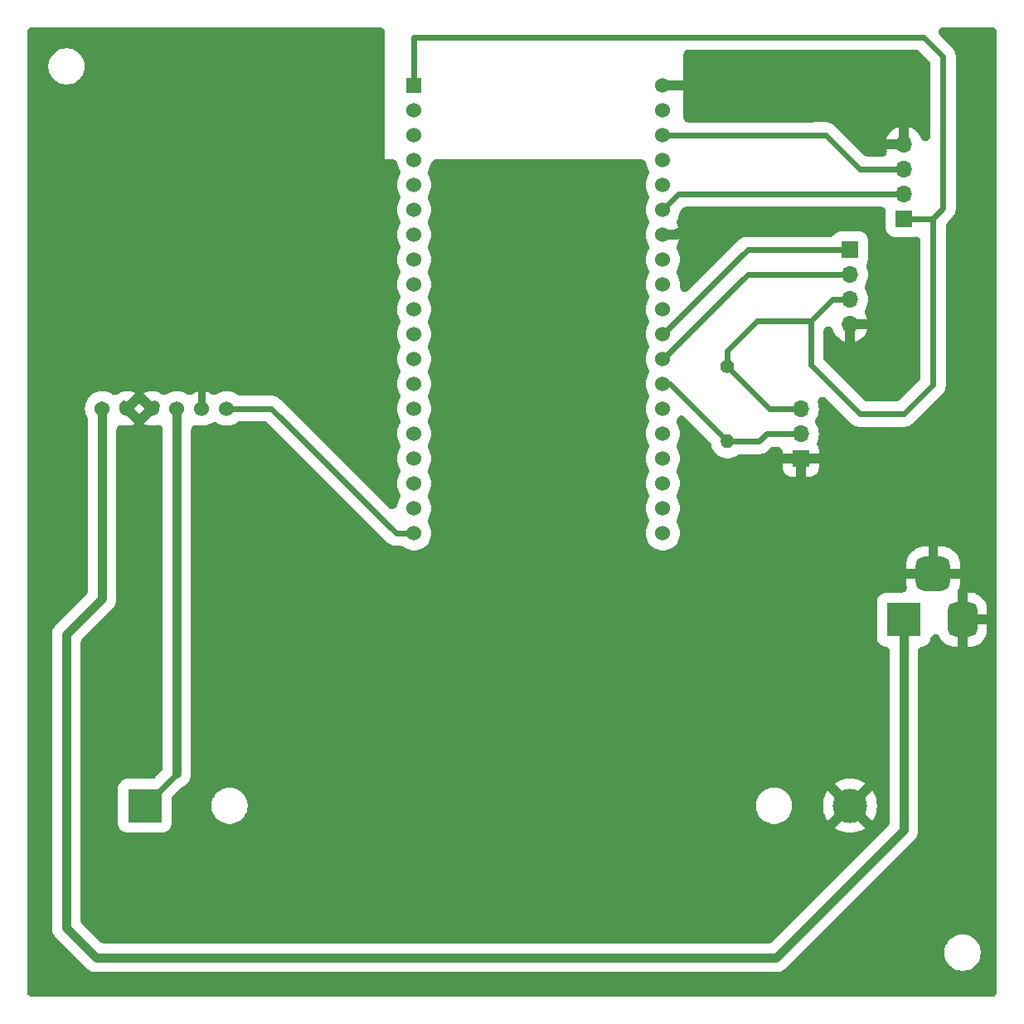
<source format=gbr>
%TF.GenerationSoftware,KiCad,Pcbnew,8.0.8*%
%TF.CreationDate,2025-02-21T17:49:15-05:00*%
%TF.ProjectId,linchenajuancarlos,6c696e63-6865-46e6-916a-75616e636172,rev?*%
%TF.SameCoordinates,Original*%
%TF.FileFunction,Copper,L2,Bot*%
%TF.FilePolarity,Positive*%
%FSLAX46Y46*%
G04 Gerber Fmt 4.6, Leading zero omitted, Abs format (unit mm)*
G04 Created by KiCad (PCBNEW 8.0.8) date 2025-02-21 17:49:15*
%MOMM*%
%LPD*%
G01*
G04 APERTURE LIST*
G04 Aperture macros list*
%AMRoundRect*
0 Rectangle with rounded corners*
0 $1 Rounding radius*
0 $2 $3 $4 $5 $6 $7 $8 $9 X,Y pos of 4 corners*
0 Add a 4 corners polygon primitive as box body*
4,1,4,$2,$3,$4,$5,$6,$7,$8,$9,$2,$3,0*
0 Add four circle primitives for the rounded corners*
1,1,$1+$1,$2,$3*
1,1,$1+$1,$4,$5*
1,1,$1+$1,$6,$7*
1,1,$1+$1,$8,$9*
0 Add four rect primitives between the rounded corners*
20,1,$1+$1,$2,$3,$4,$5,0*
20,1,$1+$1,$4,$5,$6,$7,0*
20,1,$1+$1,$6,$7,$8,$9,0*
20,1,$1+$1,$8,$9,$2,$3,0*%
G04 Aperture macros list end*
%TA.AperFunction,ComponentPad*%
%ADD10R,1.700000X1.700000*%
%TD*%
%TA.AperFunction,ComponentPad*%
%ADD11O,1.700000X1.700000*%
%TD*%
%TA.AperFunction,ComponentPad*%
%ADD12C,1.524000*%
%TD*%
%TA.AperFunction,ComponentPad*%
%ADD13R,3.500000X3.500000*%
%TD*%
%TA.AperFunction,ComponentPad*%
%ADD14C,3.500000*%
%TD*%
%TA.AperFunction,ComponentPad*%
%ADD15R,1.530000X1.530000*%
%TD*%
%TA.AperFunction,ComponentPad*%
%ADD16C,1.530000*%
%TD*%
%TA.AperFunction,ComponentPad*%
%ADD17RoundRect,0.750000X0.750000X1.000000X-0.750000X1.000000X-0.750000X-1.000000X0.750000X-1.000000X0*%
%TD*%
%TA.AperFunction,ComponentPad*%
%ADD18RoundRect,0.875000X0.875000X0.875000X-0.875000X0.875000X-0.875000X-0.875000X0.875000X-0.875000X0*%
%TD*%
%TA.AperFunction,ComponentPad*%
%ADD19C,1.400000*%
%TD*%
%TA.AperFunction,ComponentPad*%
%ADD20O,1.400000X1.400000*%
%TD*%
%TA.AperFunction,ViaPad*%
%ADD21C,1.100000*%
%TD*%
%TA.AperFunction,Conductor*%
%ADD22C,0.800000*%
%TD*%
%TA.AperFunction,Conductor*%
%ADD23C,0.900000*%
%TD*%
%TA.AperFunction,Conductor*%
%ADD24C,0.600000*%
%TD*%
%TA.AperFunction,Conductor*%
%ADD25C,1.000000*%
%TD*%
G04 APERTURE END LIST*
D10*
%TO.P,J1,1,Pin_1*%
%TO.N,GND*%
X104475000Y-62080000D03*
D11*
%TO.P,J1,2,Pin_2*%
%TO.N,DQ*%
X104475000Y-59540000D03*
%TO.P,J1,3,Pin_3*%
%TO.N,VCC*%
X104475000Y-57000000D03*
%TD*%
D12*
%TO.P,U2,1,VIN*%
%TO.N,Net-(U2-VIN)*%
X33150000Y-56930000D03*
%TO.P,U2,2,GND*%
%TO.N,GND*%
X35690000Y-56930000D03*
%TO.P,U2,3,GND*%
X38230000Y-56930000D03*
%TO.P,U2,4,BAT*%
%TO.N,Net-(BT1-+)*%
X40770000Y-56930000D03*
%TO.P,U2,5,GND*%
%TO.N,GND*%
X43310000Y-56930000D03*
%TO.P,U2,6,OUT-5V*%
%TO.N,+5V*%
X45850000Y-56930000D03*
%TD*%
D10*
%TO.P,J3,1,Pin_1*%
%TO.N,SCL*%
X109525000Y-40700000D03*
D11*
%TO.P,J3,2,Pin_2*%
%TO.N,SDA*%
X109525000Y-43240000D03*
%TO.P,J3,3,Pin_3*%
%TO.N,VCC*%
X109525000Y-45780000D03*
%TO.P,J3,4,Pin_4*%
%TO.N,GND*%
X109525000Y-48320000D03*
%TD*%
D10*
%TO.P,J4,1,Pin_1*%
%TO.N,VCC*%
X115000000Y-37580000D03*
D11*
%TO.P,J4,2,Pin_2*%
%TO.N,OUT*%
X115000000Y-35040000D03*
%TO.P,J4,3,Pin_3*%
%TO.N,SCK*%
X115000000Y-32500000D03*
%TO.P,J4,4,Pin_4*%
%TO.N,GND*%
X115000000Y-29960000D03*
%TD*%
D13*
%TO.P,BT1,1,+*%
%TO.N,Net-(BT1-+)*%
X37500000Y-97500000D03*
D14*
%TO.P,BT1,2,-*%
%TO.N,GND*%
X109500000Y-97500000D03*
%TD*%
D15*
%TO.P,U1,1,3V3*%
%TO.N,VCC*%
X65000000Y-23940000D03*
D16*
%TO.P,U1,2,EN*%
%TO.N,unconnected-(U1-EN-Pad2)*%
X65000000Y-26480000D03*
%TO.P,U1,3,SENSOR_VP*%
%TO.N,unconnected-(U1-SENSOR_VP-Pad3)*%
X65000000Y-29020000D03*
%TO.P,U1,4,SENSOR_VN*%
%TO.N,unconnected-(U1-SENSOR_VN-Pad4)*%
X65000000Y-31560000D03*
%TO.P,U1,5,IO34*%
%TO.N,unconnected-(U1-IO34-Pad5)*%
X65000000Y-34100000D03*
%TO.P,U1,6,IO35*%
%TO.N,unconnected-(U1-IO35-Pad6)*%
X65000000Y-36640000D03*
%TO.P,U1,7,IO32*%
%TO.N,unconnected-(U1-IO32-Pad7)*%
X65000000Y-39180000D03*
%TO.P,U1,8,IO33*%
%TO.N,unconnected-(U1-IO33-Pad8)*%
X65000000Y-41720000D03*
%TO.P,U1,9,IO25*%
%TO.N,unconnected-(U1-IO25-Pad9)*%
X65000000Y-44260000D03*
%TO.P,U1,10,IO26*%
%TO.N,unconnected-(U1-IO26-Pad10)*%
X65000000Y-46800000D03*
%TO.P,U1,11,IO27*%
%TO.N,unconnected-(U1-IO27-Pad11)*%
X65000000Y-49340000D03*
%TO.P,U1,12,IO14*%
%TO.N,unconnected-(U1-IO14-Pad12)*%
X65000000Y-51880000D03*
%TO.P,U1,13,IO12*%
%TO.N,unconnected-(U1-IO12-Pad13)*%
X65000000Y-54420000D03*
%TO.P,U1,14,GND1*%
%TO.N,GND*%
X65000000Y-56960000D03*
%TO.P,U1,15,IO13*%
%TO.N,unconnected-(U1-IO13-Pad15)*%
X65000000Y-59500000D03*
%TO.P,U1,16,SD2*%
%TO.N,unconnected-(U1-SD2-Pad16)*%
X65000000Y-62040000D03*
%TO.P,U1,17,SD3*%
%TO.N,unconnected-(U1-SD3-Pad17)*%
X65000000Y-64580000D03*
%TO.P,U1,18,CMD*%
%TO.N,unconnected-(U1-CMD-Pad18)*%
X65000000Y-67120000D03*
%TO.P,U1,19,EXT_5V*%
%TO.N,+5V*%
X65000000Y-69660000D03*
%TO.P,U1,20,CLK*%
%TO.N,unconnected-(U1-CLK-Pad20)*%
X90400000Y-69660000D03*
%TO.P,U1,21,SD0*%
%TO.N,unconnected-(U1-SD0-Pad21)*%
X90400000Y-67120000D03*
%TO.P,U1,22,SD1*%
%TO.N,unconnected-(U1-SD1-Pad22)*%
X90400000Y-64580000D03*
%TO.P,U1,23,IO15*%
%TO.N,unconnected-(U1-IO15-Pad23)*%
X90400000Y-62040000D03*
%TO.P,U1,24,IO2*%
%TO.N,unconnected-(U1-IO2-Pad24)*%
X90400000Y-59500000D03*
%TO.P,U1,25,IO0*%
%TO.N,unconnected-(U1-IO0-Pad25)*%
X90400000Y-56960000D03*
%TO.P,U1,26,IO4*%
%TO.N,DQ*%
X90400000Y-54420000D03*
%TO.P,U1,27,IO16*%
%TO.N,SDA*%
X90400000Y-51880000D03*
%TO.P,U1,28,IO17*%
%TO.N,SCL*%
X90400000Y-49340000D03*
%TO.P,U1,29,IO5*%
%TO.N,unconnected-(U1-IO5-Pad29)*%
X90400000Y-46800000D03*
%TO.P,U1,30,IO18*%
%TO.N,unconnected-(U1-IO18-Pad30)*%
X90400000Y-44260000D03*
%TO.P,U1,31,IO19*%
%TO.N,unconnected-(U1-IO19-Pad31)*%
X90400000Y-41720000D03*
%TO.P,U1,32,GND2*%
%TO.N,GND*%
X90400000Y-39180000D03*
%TO.P,U1,33,IO21*%
%TO.N,OUT*%
X90400000Y-36640000D03*
%TO.P,U1,34,RXD0*%
%TO.N,unconnected-(U1-RXD0-Pad34)*%
X90400000Y-34100000D03*
%TO.P,U1,35,TXD0*%
%TO.N,unconnected-(U1-TXD0-Pad35)*%
X90400000Y-31560000D03*
%TO.P,U1,36,IO22*%
%TO.N,SCK*%
X90400000Y-29020000D03*
%TO.P,U1,37,IO23*%
%TO.N,unconnected-(U1-IO23-Pad37)*%
X90400000Y-26480000D03*
%TO.P,U1,38,GND3*%
%TO.N,GND*%
X90400000Y-23940000D03*
%TD*%
D13*
%TO.P,J5,1*%
%TO.N,Net-(U2-VIN)*%
X115000000Y-78500000D03*
D17*
%TO.P,J5,2*%
%TO.N,GND*%
X121000000Y-78500000D03*
D18*
%TO.P,J5,3*%
X118000000Y-73800000D03*
%TD*%
D19*
%TO.P,R1,1*%
%TO.N,VCC*%
X97000000Y-52690000D03*
D20*
%TO.P,R1,2*%
%TO.N,DQ*%
X97000000Y-60310000D03*
%TD*%
D21*
%TO.N,GND*%
X117000000Y-23000000D03*
X121000000Y-23000000D03*
%TD*%
D22*
%TO.N,GND*%
X43310000Y-56930000D02*
X43310000Y-54690000D01*
D23*
%TO.N,Net-(U2-VIN)*%
X115000000Y-100000000D02*
X115000000Y-78500000D01*
X33150000Y-56930000D02*
X33150000Y-76350000D01*
X32500000Y-113000000D02*
X102000000Y-113000000D01*
X29500000Y-80000000D02*
X29500000Y-110000000D01*
X29500000Y-110000000D02*
X32500000Y-113000000D01*
X102000000Y-113000000D02*
X115000000Y-100000000D01*
X33150000Y-76350000D02*
X29500000Y-80000000D01*
D24*
%TO.N,Net-(BT1-+)*%
X40770000Y-94230000D02*
X37500000Y-97500000D01*
D23*
X40770000Y-56930000D02*
X40770000Y-94230000D01*
D25*
%TO.N,GND*%
X90400000Y-39180000D02*
X91820000Y-39180000D01*
X90400000Y-23940000D02*
X93940000Y-23940000D01*
X91820000Y-39180000D02*
X92000000Y-39000000D01*
X121000000Y-78500000D02*
X121000000Y-76800000D01*
X93940000Y-23940000D02*
X94000000Y-24000000D01*
D24*
%TO.N,VCC*%
X119000000Y-36500000D02*
X119000000Y-21000000D01*
X104475000Y-57000000D02*
X101310000Y-57000000D01*
X105500000Y-52500000D02*
X105500000Y-48000000D01*
X97000000Y-51000000D02*
X100000000Y-48000000D01*
X100000000Y-48000000D02*
X105500000Y-48000000D01*
X101310000Y-57000000D02*
X97000000Y-52690000D01*
X118000000Y-50500000D02*
X118000000Y-54500000D01*
X118000000Y-50500000D02*
X118000000Y-37500000D01*
X65000000Y-23940000D02*
X65000000Y-19000000D01*
X97000000Y-52690000D02*
X97000000Y-51000000D01*
X115000000Y-37580000D02*
X117920000Y-37580000D01*
X118000000Y-54500000D02*
X115000000Y-57500000D01*
X117000000Y-19000000D02*
X65000000Y-19000000D01*
X117920000Y-37580000D02*
X118000000Y-37500000D01*
X117920000Y-37580000D02*
X119000000Y-36500000D01*
X105500000Y-48000000D02*
X107720000Y-45780000D01*
X115000000Y-57500000D02*
X110500000Y-57500000D01*
X107720000Y-45780000D02*
X109525000Y-45780000D01*
X119000000Y-21000000D02*
X117000000Y-19000000D01*
X110500000Y-57500000D02*
X105500000Y-52500000D01*
%TO.N,DQ*%
X101000000Y-59500000D02*
X101040000Y-59540000D01*
X91110000Y-54420000D02*
X90400000Y-54420000D01*
X100190000Y-60310000D02*
X101000000Y-59500000D01*
X101040000Y-59540000D02*
X104475000Y-59540000D01*
X97000000Y-60310000D02*
X91110000Y-54420000D01*
X97000000Y-60310000D02*
X100190000Y-60310000D01*
%TO.N,SCL*%
X99040000Y-40700000D02*
X109525000Y-40700000D01*
X90400000Y-49340000D02*
X99040000Y-40700000D01*
%TO.N,SDA*%
X109525000Y-43240000D02*
X99040000Y-43240000D01*
X99040000Y-43240000D02*
X90400000Y-51880000D01*
%TO.N,SCK*%
X110500000Y-32500000D02*
X107000000Y-29000000D01*
X107000000Y-29000000D02*
X106000000Y-29000000D01*
X106000000Y-29000000D02*
X105980000Y-29020000D01*
X105980000Y-29020000D02*
X90400000Y-29020000D01*
X115000000Y-32500000D02*
X110500000Y-32500000D01*
%TO.N,OUT*%
X92000000Y-35040000D02*
X90400000Y-36640000D01*
X115000000Y-35040000D02*
X92000000Y-35040000D01*
%TO.N,+5V*%
X50430000Y-56930000D02*
X63160000Y-69660000D01*
X63160000Y-69660000D02*
X65000000Y-69660000D01*
X45850000Y-56930000D02*
X50430000Y-56930000D01*
%TD*%
%TA.AperFunction,Conductor*%
%TO.N,GND*%
G36*
X61641585Y-18020713D02*
G01*
X61770780Y-18079714D01*
X61878119Y-18172724D01*
X61954906Y-18292208D01*
X61994921Y-18428485D01*
X62000000Y-18499500D01*
X62000000Y-31500000D01*
X62777462Y-31500000D01*
X62918047Y-31520213D01*
X63047242Y-31579214D01*
X63154581Y-31672224D01*
X63231368Y-31791708D01*
X63263950Y-31887960D01*
X63308205Y-32081850D01*
X63404879Y-32328170D01*
X63404881Y-32328173D01*
X63404881Y-32328174D01*
X63546521Y-32573502D01*
X63544162Y-32574863D01*
X63593944Y-32676485D01*
X63617962Y-32816470D01*
X63601568Y-32957551D01*
X63546091Y-33088298D01*
X63540095Y-33097626D01*
X63404881Y-33331825D01*
X63404881Y-33331826D01*
X63404879Y-33331830D01*
X63372283Y-33414883D01*
X63308204Y-33578152D01*
X63249324Y-33836123D01*
X63249323Y-33836128D01*
X63229549Y-34100000D01*
X63249323Y-34363872D01*
X63308205Y-34621850D01*
X63404879Y-34868170D01*
X63404881Y-34868173D01*
X63404881Y-34868174D01*
X63546521Y-35113502D01*
X63544162Y-35114863D01*
X63593944Y-35216485D01*
X63617962Y-35356470D01*
X63601568Y-35497551D01*
X63546091Y-35628298D01*
X63540095Y-35637626D01*
X63404881Y-35871825D01*
X63404881Y-35871826D01*
X63308204Y-36118152D01*
X63257455Y-36340500D01*
X63249323Y-36376128D01*
X63229549Y-36640000D01*
X63249323Y-36903872D01*
X63249324Y-36903875D01*
X63249324Y-36903876D01*
X63271086Y-36999224D01*
X63308205Y-37161850D01*
X63404879Y-37408170D01*
X63404881Y-37408173D01*
X63404881Y-37408174D01*
X63546521Y-37653502D01*
X63544162Y-37654863D01*
X63593944Y-37756485D01*
X63617962Y-37896470D01*
X63601568Y-38037551D01*
X63546091Y-38168298D01*
X63540095Y-38177626D01*
X63404881Y-38411825D01*
X63404881Y-38411826D01*
X63404879Y-38411830D01*
X63404793Y-38412049D01*
X63308204Y-38658152D01*
X63249324Y-38916123D01*
X63249323Y-38916128D01*
X63229549Y-39180000D01*
X63249323Y-39443872D01*
X63249324Y-39443876D01*
X63308171Y-39701704D01*
X63308205Y-39701850D01*
X63404879Y-39948170D01*
X63404881Y-39948173D01*
X63404881Y-39948174D01*
X63546521Y-40193502D01*
X63544162Y-40194863D01*
X63593944Y-40296485D01*
X63617962Y-40436470D01*
X63601568Y-40577551D01*
X63546091Y-40708298D01*
X63540095Y-40717626D01*
X63404881Y-40951825D01*
X63404881Y-40951826D01*
X63308204Y-41198152D01*
X63249324Y-41456123D01*
X63249323Y-41456128D01*
X63229549Y-41720000D01*
X63249323Y-41983872D01*
X63308205Y-42241850D01*
X63404879Y-42488170D01*
X63404881Y-42488173D01*
X63404881Y-42488174D01*
X63546521Y-42733502D01*
X63544162Y-42734863D01*
X63593944Y-42836485D01*
X63617962Y-42976470D01*
X63601568Y-43117551D01*
X63546091Y-43248298D01*
X63540095Y-43257626D01*
X63404881Y-43491825D01*
X63404881Y-43491826D01*
X63404879Y-43491830D01*
X63340429Y-43656043D01*
X63308204Y-43738152D01*
X63249324Y-43996123D01*
X63249323Y-43996128D01*
X63229549Y-44260000D01*
X63249323Y-44523872D01*
X63249324Y-44523876D01*
X63307095Y-44776989D01*
X63308205Y-44781850D01*
X63404879Y-45028170D01*
X63404881Y-45028173D01*
X63404881Y-45028174D01*
X63546521Y-45273502D01*
X63544162Y-45274863D01*
X63593944Y-45376485D01*
X63617962Y-45516470D01*
X63601568Y-45657551D01*
X63546091Y-45788298D01*
X63540095Y-45797626D01*
X63404881Y-46031825D01*
X63404881Y-46031826D01*
X63404879Y-46031830D01*
X63340429Y-46196043D01*
X63308204Y-46278152D01*
X63249324Y-46536123D01*
X63249323Y-46536128D01*
X63229549Y-46800000D01*
X63249323Y-47063872D01*
X63249324Y-47063876D01*
X63303586Y-47301616D01*
X63308205Y-47321850D01*
X63404879Y-47568170D01*
X63404881Y-47568173D01*
X63404881Y-47568174D01*
X63546521Y-47813502D01*
X63544162Y-47814863D01*
X63593944Y-47916485D01*
X63617962Y-48056470D01*
X63601568Y-48197551D01*
X63546091Y-48328298D01*
X63540095Y-48337626D01*
X63404881Y-48571825D01*
X63404881Y-48571826D01*
X63404879Y-48571830D01*
X63385574Y-48621019D01*
X63308204Y-48818152D01*
X63249324Y-49076123D01*
X63249323Y-49076128D01*
X63229549Y-49340000D01*
X63249323Y-49603872D01*
X63308205Y-49861850D01*
X63404879Y-50108170D01*
X63404881Y-50108173D01*
X63404881Y-50108174D01*
X63546521Y-50353502D01*
X63544162Y-50354863D01*
X63593944Y-50456485D01*
X63617962Y-50596470D01*
X63601568Y-50737551D01*
X63546091Y-50868298D01*
X63540095Y-50877626D01*
X63404881Y-51111825D01*
X63404881Y-51111826D01*
X63308204Y-51358152D01*
X63266999Y-51538684D01*
X63249323Y-51616128D01*
X63229549Y-51880000D01*
X63249323Y-52143872D01*
X63308205Y-52401850D01*
X63404879Y-52648170D01*
X63404881Y-52648173D01*
X63404881Y-52648174D01*
X63546521Y-52893502D01*
X63544162Y-52894863D01*
X63593944Y-52996485D01*
X63617962Y-53136470D01*
X63601568Y-53277551D01*
X63546091Y-53408298D01*
X63540095Y-53417626D01*
X63404881Y-53651825D01*
X63404881Y-53651826D01*
X63308204Y-53898152D01*
X63279388Y-54024403D01*
X63249323Y-54156128D01*
X63229549Y-54420000D01*
X63249323Y-54683872D01*
X63308205Y-54941850D01*
X63404879Y-55188170D01*
X63404881Y-55188173D01*
X63404881Y-55188174D01*
X63546521Y-55433502D01*
X63544141Y-55434875D01*
X63593848Y-55536322D01*
X63617877Y-55676305D01*
X63601496Y-55817387D01*
X63551210Y-55939375D01*
X63405330Y-56192048D01*
X63405330Y-56192049D01*
X63308685Y-56438295D01*
X63249821Y-56696197D01*
X63249820Y-56696199D01*
X63230051Y-56960000D01*
X63249820Y-57223800D01*
X63249821Y-57223802D01*
X63308686Y-57481705D01*
X63308686Y-57481707D01*
X63405327Y-57727945D01*
X63405333Y-57727956D01*
X63551209Y-57980621D01*
X63603997Y-58112477D01*
X63617498Y-58253864D01*
X63590619Y-58393328D01*
X63544400Y-58485273D01*
X63546521Y-58486498D01*
X63404881Y-58731825D01*
X63404881Y-58731826D01*
X63404879Y-58731830D01*
X63340429Y-58896043D01*
X63308204Y-58978152D01*
X63294945Y-59036244D01*
X63249323Y-59236128D01*
X63229549Y-59500000D01*
X63249323Y-59763872D01*
X63308205Y-60021850D01*
X63404879Y-60268170D01*
X63404881Y-60268173D01*
X63404881Y-60268174D01*
X63546521Y-60513502D01*
X63544162Y-60514863D01*
X63593944Y-60616485D01*
X63617962Y-60756470D01*
X63601568Y-60897551D01*
X63546091Y-61028298D01*
X63540095Y-61037626D01*
X63404881Y-61271825D01*
X63404881Y-61271826D01*
X63404879Y-61271830D01*
X63356449Y-61395227D01*
X63308204Y-61518152D01*
X63249324Y-61776123D01*
X63249323Y-61776128D01*
X63229549Y-62040000D01*
X63249323Y-62303872D01*
X63308205Y-62561850D01*
X63404879Y-62808170D01*
X63404881Y-62808173D01*
X63404881Y-62808174D01*
X63546521Y-63053502D01*
X63544162Y-63054863D01*
X63593944Y-63156485D01*
X63617962Y-63296470D01*
X63601568Y-63437551D01*
X63546091Y-63568298D01*
X63540095Y-63577626D01*
X63404881Y-63811825D01*
X63404881Y-63811826D01*
X63404879Y-63811830D01*
X63340429Y-63976043D01*
X63308204Y-64058152D01*
X63249324Y-64316123D01*
X63249323Y-64316128D01*
X63229549Y-64580000D01*
X63249323Y-64843872D01*
X63308205Y-65101850D01*
X63404879Y-65348170D01*
X63404881Y-65348173D01*
X63404881Y-65348174D01*
X63546521Y-65593502D01*
X63544162Y-65594863D01*
X63593944Y-65696485D01*
X63617962Y-65836470D01*
X63601568Y-65977551D01*
X63546091Y-66108298D01*
X63540095Y-66117626D01*
X63404881Y-66351825D01*
X63404881Y-66351826D01*
X63308204Y-66598153D01*
X63308201Y-66598160D01*
X63254363Y-66834039D01*
X63203374Y-66966601D01*
X63117102Y-67079428D01*
X63002538Y-67163378D01*
X62868964Y-67211652D01*
X62727199Y-67220338D01*
X62588730Y-67188733D01*
X62464774Y-67119397D01*
X62415029Y-67075845D01*
X51277222Y-55938036D01*
X51277219Y-55938033D01*
X51111615Y-55817715D01*
X51111612Y-55817713D01*
X51111611Y-55817713D01*
X51014979Y-55768477D01*
X51011885Y-55766900D01*
X50929220Y-55724780D01*
X50929218Y-55724779D01*
X50851415Y-55699500D01*
X50817490Y-55688477D01*
X50817486Y-55688475D01*
X50734536Y-55661523D01*
X50734534Y-55661522D01*
X50532352Y-55629500D01*
X47225210Y-55629500D01*
X47084625Y-55609287D01*
X46955430Y-55550286D01*
X46944113Y-55542793D01*
X46733721Y-55399350D01*
X46495719Y-55284735D01*
X46243293Y-55206870D01*
X46063414Y-55179758D01*
X45982081Y-55167500D01*
X45717919Y-55167500D01*
X45644233Y-55178606D01*
X45456706Y-55206870D01*
X45204280Y-55284735D01*
X44966277Y-55399350D01*
X44882847Y-55456232D01*
X44755304Y-55518724D01*
X44615321Y-55542753D01*
X44474239Y-55526370D01*
X44386391Y-55489103D01*
X44384989Y-55492015D01*
X43955537Y-55285202D01*
X43703177Y-55207359D01*
X43442040Y-55168000D01*
X43177960Y-55168000D01*
X42916817Y-55207360D01*
X42664476Y-55285196D01*
X42664460Y-55285202D01*
X42235009Y-55492014D01*
X42233595Y-55489079D01*
X42146281Y-55526231D01*
X42005216Y-55542767D01*
X41865207Y-55518890D01*
X41737597Y-55456535D01*
X41737147Y-55456229D01*
X41653722Y-55399350D01*
X41415719Y-55284735D01*
X41163293Y-55206870D01*
X40983414Y-55179758D01*
X40902081Y-55167500D01*
X40637919Y-55167500D01*
X40564233Y-55178606D01*
X40376706Y-55206870D01*
X40124280Y-55284735D01*
X39886277Y-55399350D01*
X39802847Y-55456232D01*
X39675304Y-55518724D01*
X39535321Y-55542753D01*
X39394239Y-55526370D01*
X39306391Y-55489103D01*
X39304989Y-55492015D01*
X38875537Y-55285202D01*
X38623177Y-55207359D01*
X38362040Y-55168000D01*
X38097960Y-55168000D01*
X37836817Y-55207360D01*
X37584476Y-55285196D01*
X37584466Y-55285200D01*
X37387269Y-55380163D01*
X38229999Y-56222894D01*
X38249655Y-56222894D01*
X38285173Y-56196305D01*
X38418248Y-56146669D01*
X38559916Y-56136536D01*
X38698701Y-56166726D01*
X38823358Y-56234793D01*
X38923789Y-56335223D01*
X38991858Y-56459880D01*
X39022049Y-56598664D01*
X39021924Y-56671577D01*
X39021695Y-56674631D01*
X38991027Y-56813311D01*
X38922530Y-56937732D01*
X38876939Y-56990164D01*
X38583553Y-57283552D01*
X38583552Y-57283554D01*
X37387269Y-58479834D01*
X37584460Y-58574796D01*
X37584472Y-58574801D01*
X37836819Y-58652640D01*
X38097960Y-58692000D01*
X38362040Y-58692000D01*
X38623181Y-58652639D01*
X38673413Y-58637145D01*
X38813709Y-58615020D01*
X38954556Y-58633318D01*
X39084542Y-58690556D01*
X39193137Y-58782096D01*
X39271543Y-58900524D01*
X39313409Y-59036244D01*
X39319500Y-59113974D01*
X39319500Y-93634622D01*
X39299287Y-93775207D01*
X39240286Y-93904402D01*
X39173346Y-93987468D01*
X38557468Y-94603346D01*
X38443767Y-94688462D01*
X38310692Y-94738096D01*
X38204622Y-94749500D01*
X35691969Y-94749500D01*
X35572582Y-94760114D01*
X35376953Y-94816090D01*
X35376942Y-94816095D01*
X35196592Y-94910302D01*
X35196589Y-94910304D01*
X35038891Y-95038889D01*
X35038889Y-95038891D01*
X34910304Y-95196589D01*
X34910302Y-95196592D01*
X34816095Y-95376942D01*
X34816090Y-95376953D01*
X34760114Y-95572581D01*
X34760114Y-95572582D01*
X34749500Y-95691963D01*
X34749500Y-95691969D01*
X34749500Y-95691970D01*
X34749500Y-99308030D01*
X34760114Y-99427417D01*
X34816090Y-99623046D01*
X34816095Y-99623057D01*
X34910302Y-99803407D01*
X34910304Y-99803410D01*
X35038889Y-99961108D01*
X35038891Y-99961110D01*
X35196589Y-100089695D01*
X35196593Y-100089698D01*
X35376951Y-100183909D01*
X35572582Y-100239886D01*
X35691963Y-100250500D01*
X39308036Y-100250499D01*
X39427418Y-100239886D01*
X39623049Y-100183909D01*
X39803407Y-100089698D01*
X39961109Y-99961109D01*
X40089698Y-99803407D01*
X40183909Y-99623049D01*
X40239886Y-99427418D01*
X40250500Y-99308037D01*
X40250499Y-97378712D01*
X44294500Y-97378712D01*
X44294500Y-97621287D01*
X44326160Y-97861781D01*
X44326161Y-97861787D01*
X44388946Y-98096101D01*
X44388947Y-98096104D01*
X44481775Y-98320211D01*
X44603061Y-98530284D01*
X44603066Y-98530293D01*
X44750728Y-98722730D01*
X44750739Y-98722742D01*
X44922257Y-98894260D01*
X44922269Y-98894271D01*
X45114706Y-99041933D01*
X45114709Y-99041935D01*
X45114711Y-99041936D01*
X45324788Y-99163224D01*
X45548900Y-99256054D01*
X45783211Y-99318838D01*
X45783215Y-99318838D01*
X45783218Y-99318839D01*
X46023712Y-99350500D01*
X46266288Y-99350500D01*
X46506781Y-99318839D01*
X46506779Y-99318839D01*
X46506789Y-99318838D01*
X46741100Y-99256054D01*
X46965212Y-99163224D01*
X47175289Y-99041936D01*
X47367738Y-98894265D01*
X47539265Y-98722738D01*
X47686936Y-98530289D01*
X47808224Y-98320212D01*
X47901054Y-98096100D01*
X47963838Y-97861789D01*
X47995500Y-97621288D01*
X47995500Y-97378712D01*
X99904500Y-97378712D01*
X99904500Y-97621287D01*
X99936160Y-97861781D01*
X99936161Y-97861787D01*
X99998946Y-98096101D01*
X99998947Y-98096104D01*
X100091775Y-98320211D01*
X100213061Y-98530284D01*
X100213066Y-98530293D01*
X100360728Y-98722730D01*
X100360739Y-98722742D01*
X100532257Y-98894260D01*
X100532269Y-98894271D01*
X100724706Y-99041933D01*
X100724709Y-99041935D01*
X100724711Y-99041936D01*
X100934788Y-99163224D01*
X101158900Y-99256054D01*
X101393211Y-99318838D01*
X101393215Y-99318838D01*
X101393218Y-99318839D01*
X101633712Y-99350500D01*
X101876288Y-99350500D01*
X102116781Y-99318839D01*
X102116779Y-99318839D01*
X102116789Y-99318838D01*
X102351100Y-99256054D01*
X102575212Y-99163224D01*
X102785289Y-99041936D01*
X102977738Y-98894265D01*
X103149265Y-98722738D01*
X103296936Y-98530289D01*
X103418224Y-98320212D01*
X103511054Y-98096100D01*
X103573838Y-97861789D01*
X103605500Y-97621288D01*
X103605500Y-97500000D01*
X106744974Y-97500000D01*
X106765061Y-97832083D01*
X106765062Y-97832089D01*
X106825029Y-98159319D01*
X106924003Y-98476937D01*
X106924008Y-98476951D01*
X107060541Y-98780315D01*
X107060546Y-98780325D01*
X107230849Y-99062041D01*
X107230850Y-99062041D01*
X108532252Y-97760639D01*
X108538429Y-97791689D01*
X108613811Y-97973678D01*
X108723249Y-98137463D01*
X108862537Y-98276751D01*
X109026322Y-98386189D01*
X109208311Y-98461571D01*
X109239358Y-98467746D01*
X107937956Y-99769148D01*
X108219666Y-99939448D01*
X108219681Y-99939456D01*
X108523047Y-100075991D01*
X108523062Y-100075996D01*
X108840680Y-100174970D01*
X109167910Y-100234937D01*
X109167916Y-100234938D01*
X109500000Y-100255025D01*
X109832083Y-100234938D01*
X109832089Y-100234937D01*
X110159319Y-100174970D01*
X110476937Y-100075996D01*
X110476944Y-100075994D01*
X110780326Y-99939452D01*
X110780339Y-99939445D01*
X111062041Y-99769149D01*
X111062042Y-99769147D01*
X109760641Y-98467746D01*
X109791689Y-98461571D01*
X109973678Y-98386189D01*
X110137463Y-98276751D01*
X110276751Y-98137463D01*
X110386189Y-97973678D01*
X110461571Y-97791689D01*
X110467746Y-97760640D01*
X111769147Y-99062042D01*
X111769149Y-99062041D01*
X111939445Y-98780339D01*
X111939452Y-98780326D01*
X112075994Y-98476944D01*
X112075996Y-98476937D01*
X112174970Y-98159319D01*
X112234937Y-97832089D01*
X112234938Y-97832083D01*
X112255025Y-97500000D01*
X112234938Y-97167916D01*
X112234937Y-97167910D01*
X112174970Y-96840680D01*
X112075996Y-96523062D01*
X112075991Y-96523047D01*
X111939456Y-96219681D01*
X111939448Y-96219666D01*
X111769148Y-95937957D01*
X111769148Y-95937956D01*
X110467746Y-97239358D01*
X110461571Y-97208311D01*
X110386189Y-97026322D01*
X110276751Y-96862537D01*
X110137463Y-96723249D01*
X109973678Y-96613811D01*
X109791689Y-96538429D01*
X109760640Y-96532253D01*
X111062041Y-95230850D01*
X111062041Y-95230849D01*
X110780325Y-95060546D01*
X110780315Y-95060541D01*
X110476951Y-94924008D01*
X110476937Y-94924003D01*
X110159319Y-94825029D01*
X109832089Y-94765062D01*
X109832083Y-94765061D01*
X109500000Y-94744974D01*
X109167916Y-94765061D01*
X109167910Y-94765062D01*
X108840680Y-94825029D01*
X108523062Y-94924003D01*
X108523048Y-94924008D01*
X108219678Y-95060544D01*
X108219674Y-95060546D01*
X107937957Y-95230849D01*
X107937957Y-95230850D01*
X109239359Y-96532253D01*
X109208311Y-96538429D01*
X109026322Y-96613811D01*
X108862537Y-96723249D01*
X108723249Y-96862537D01*
X108613811Y-97026322D01*
X108538429Y-97208311D01*
X108532253Y-97239359D01*
X107230850Y-95937957D01*
X107230849Y-95937957D01*
X107060546Y-96219674D01*
X107060544Y-96219678D01*
X106924008Y-96523048D01*
X106924003Y-96523062D01*
X106825029Y-96840680D01*
X106765062Y-97167910D01*
X106765061Y-97167916D01*
X106744974Y-97500000D01*
X103605500Y-97500000D01*
X103605500Y-97378712D01*
X103573838Y-97138211D01*
X103511054Y-96903900D01*
X103484867Y-96840680D01*
X103418224Y-96679788D01*
X103327730Y-96523048D01*
X103296936Y-96469711D01*
X103296935Y-96469709D01*
X103296933Y-96469706D01*
X103149271Y-96277269D01*
X103149260Y-96277257D01*
X102977742Y-96105739D01*
X102977730Y-96105728D01*
X102785293Y-95958066D01*
X102785284Y-95958061D01*
X102575211Y-95836775D01*
X102351104Y-95743947D01*
X102351101Y-95743946D01*
X102116787Y-95681161D01*
X102116781Y-95681160D01*
X101876288Y-95649500D01*
X101633712Y-95649500D01*
X101393218Y-95681160D01*
X101393212Y-95681161D01*
X101158898Y-95743946D01*
X101158895Y-95743947D01*
X100934788Y-95836775D01*
X100724715Y-95958061D01*
X100724706Y-95958066D01*
X100532269Y-96105728D01*
X100532257Y-96105739D01*
X100360739Y-96277257D01*
X100360728Y-96277269D01*
X100213066Y-96469706D01*
X100213061Y-96469715D01*
X100091775Y-96679788D01*
X99998947Y-96903895D01*
X99998946Y-96903898D01*
X99936161Y-97138212D01*
X99936160Y-97138218D01*
X99904500Y-97378712D01*
X47995500Y-97378712D01*
X47963838Y-97138211D01*
X47901054Y-96903900D01*
X47874867Y-96840680D01*
X47808224Y-96679788D01*
X47717730Y-96523048D01*
X47686936Y-96469711D01*
X47686935Y-96469709D01*
X47686933Y-96469706D01*
X47539271Y-96277269D01*
X47539260Y-96277257D01*
X47367742Y-96105739D01*
X47367730Y-96105728D01*
X47175293Y-95958066D01*
X47175284Y-95958061D01*
X46965211Y-95836775D01*
X46741104Y-95743947D01*
X46741101Y-95743946D01*
X46506787Y-95681161D01*
X46506781Y-95681160D01*
X46266288Y-95649500D01*
X46023712Y-95649500D01*
X45783218Y-95681160D01*
X45783212Y-95681161D01*
X45548898Y-95743946D01*
X45548895Y-95743947D01*
X45324788Y-95836775D01*
X45114715Y-95958061D01*
X45114706Y-95958066D01*
X44922269Y-96105728D01*
X44922257Y-96105739D01*
X44750739Y-96277257D01*
X44750728Y-96277269D01*
X44603066Y-96469706D01*
X44603061Y-96469715D01*
X44481775Y-96679788D01*
X44388947Y-96903895D01*
X44388946Y-96903898D01*
X44326161Y-97138212D01*
X44326160Y-97138218D01*
X44294500Y-97378712D01*
X40250499Y-97378712D01*
X40250499Y-96795375D01*
X40270712Y-96654792D01*
X40329713Y-96525596D01*
X40396648Y-96442535D01*
X41151038Y-95688145D01*
X41264736Y-95603032D01*
X41312938Y-95579972D01*
X41326794Y-95574232D01*
X41326799Y-95574231D01*
X41530228Y-95470579D01*
X41714937Y-95336379D01*
X41876379Y-95174937D01*
X42010579Y-94990228D01*
X42114231Y-94786799D01*
X42184784Y-94569660D01*
X42197872Y-94487025D01*
X42220500Y-94344161D01*
X42220500Y-59113974D01*
X42240713Y-58973389D01*
X42299714Y-58844194D01*
X42392724Y-58736855D01*
X42512208Y-58660068D01*
X42648485Y-58620053D01*
X42790515Y-58620053D01*
X42866587Y-58637145D01*
X42916818Y-58652639D01*
X43177960Y-58692000D01*
X43442040Y-58692000D01*
X43703180Y-58652640D01*
X43955533Y-58574799D01*
X44384988Y-58367983D01*
X44386412Y-58370940D01*
X44473254Y-58333891D01*
X44614302Y-58317220D01*
X44754334Y-58340962D01*
X44882004Y-58403194D01*
X44882847Y-58403767D01*
X44966279Y-58460650D01*
X45204281Y-58575265D01*
X45378842Y-58629110D01*
X45456706Y-58653129D01*
X45522010Y-58662971D01*
X45717919Y-58692500D01*
X45717922Y-58692500D01*
X45982078Y-58692500D01*
X45982081Y-58692500D01*
X46243293Y-58653129D01*
X46495719Y-58575265D01*
X46733721Y-58460650D01*
X46944113Y-58317207D01*
X47071656Y-58254714D01*
X47211639Y-58230685D01*
X47225210Y-58230500D01*
X49684623Y-58230500D01*
X49825208Y-58250713D01*
X49954403Y-58309714D01*
X50037469Y-58376654D01*
X62155505Y-70494689D01*
X62155513Y-70494698D01*
X62312774Y-70651960D01*
X62312778Y-70651963D01*
X62312781Y-70651966D01*
X62406278Y-70719895D01*
X62478385Y-70772284D01*
X62478387Y-70772285D01*
X62478390Y-70772287D01*
X62660782Y-70865221D01*
X62855466Y-70928477D01*
X63057648Y-70960500D01*
X63057649Y-70960500D01*
X63262352Y-70960500D01*
X63619464Y-70960500D01*
X63760049Y-70980713D01*
X63889244Y-71039714D01*
X63900561Y-71047207D01*
X64114775Y-71193256D01*
X64114783Y-71193261D01*
X64332222Y-71297972D01*
X64353182Y-71308066D01*
X64606038Y-71386062D01*
X64867694Y-71425500D01*
X64867697Y-71425500D01*
X65132303Y-71425500D01*
X65132306Y-71425500D01*
X65393962Y-71386062D01*
X65646818Y-71308066D01*
X65885226Y-71193256D01*
X65885232Y-71193252D01*
X65885237Y-71193249D01*
X65999857Y-71115101D01*
X66103858Y-71044194D01*
X66297832Y-70864213D01*
X66462815Y-70657331D01*
X66595121Y-70428170D01*
X66691795Y-70181850D01*
X66750677Y-69923872D01*
X66770451Y-69660000D01*
X66750677Y-69396128D01*
X66691795Y-69138150D01*
X66595121Y-68891830D01*
X66462815Y-68662669D01*
X66453479Y-68646498D01*
X66455840Y-68645134D01*
X66406070Y-68543561D01*
X66382039Y-68403579D01*
X66398419Y-68262496D01*
X66453883Y-68131744D01*
X66459897Y-68122383D01*
X66462810Y-68117336D01*
X66462815Y-68117331D01*
X66595121Y-67888170D01*
X66691795Y-67641850D01*
X66750677Y-67383872D01*
X66770451Y-67120000D01*
X66750677Y-66856128D01*
X66691795Y-66598150D01*
X66595121Y-66351830D01*
X66462815Y-66122669D01*
X66453479Y-66106498D01*
X66455840Y-66105134D01*
X66406070Y-66003561D01*
X66382039Y-65863579D01*
X66398419Y-65722496D01*
X66453883Y-65591744D01*
X66459897Y-65582383D01*
X66462810Y-65577336D01*
X66462815Y-65577331D01*
X66595121Y-65348170D01*
X66691795Y-65101850D01*
X66750677Y-64843872D01*
X66770451Y-64580000D01*
X66750677Y-64316128D01*
X66691795Y-64058150D01*
X66595121Y-63811830D01*
X66462815Y-63582669D01*
X66453479Y-63566498D01*
X66455840Y-63565134D01*
X66406070Y-63463561D01*
X66382039Y-63323579D01*
X66398419Y-63182496D01*
X66453883Y-63051744D01*
X66459897Y-63042383D01*
X66462810Y-63037336D01*
X66462815Y-63037331D01*
X66595121Y-62808170D01*
X66691795Y-62561850D01*
X66750677Y-62303872D01*
X66770451Y-62040000D01*
X66750677Y-61776128D01*
X66691795Y-61518150D01*
X66595121Y-61271830D01*
X66514510Y-61132208D01*
X66453479Y-61026498D01*
X66455840Y-61025134D01*
X66406070Y-60923561D01*
X66382039Y-60783579D01*
X66398419Y-60642496D01*
X66453883Y-60511744D01*
X66459897Y-60502383D01*
X66462810Y-60497336D01*
X66462815Y-60497331D01*
X66595121Y-60268170D01*
X66691795Y-60021850D01*
X66750677Y-59763872D01*
X66770451Y-59500000D01*
X66750677Y-59236128D01*
X66691795Y-58978150D01*
X66595121Y-58731830D01*
X66504728Y-58575264D01*
X66453479Y-58486498D01*
X66455856Y-58485125D01*
X66406143Y-58383654D01*
X66382119Y-58243670D01*
X66398507Y-58102588D01*
X66448791Y-57980613D01*
X66594669Y-57727949D01*
X66691314Y-57481704D01*
X66750178Y-57223802D01*
X66750179Y-57223800D01*
X66769948Y-56960000D01*
X66750179Y-56696199D01*
X66750178Y-56696197D01*
X66691314Y-56438298D01*
X66594666Y-56192044D01*
X66594665Y-56192041D01*
X66448790Y-55939381D01*
X66396002Y-55807525D01*
X66382500Y-55666138D01*
X66409379Y-55526675D01*
X66455607Y-55434730D01*
X66453479Y-55433502D01*
X66539099Y-55285203D01*
X66595121Y-55188170D01*
X66691795Y-54941850D01*
X66750677Y-54683872D01*
X66770451Y-54420000D01*
X66750677Y-54156128D01*
X66691795Y-53898150D01*
X66595121Y-53651830D01*
X66466981Y-53429885D01*
X66453479Y-53406498D01*
X66455840Y-53405134D01*
X66406070Y-53303561D01*
X66382039Y-53163579D01*
X66398419Y-53022496D01*
X66453883Y-52891744D01*
X66459897Y-52882383D01*
X66462810Y-52877336D01*
X66462815Y-52877331D01*
X66595121Y-52648170D01*
X66691795Y-52401850D01*
X66750677Y-52143872D01*
X66770451Y-51880000D01*
X66750677Y-51616128D01*
X66691795Y-51358150D01*
X66595121Y-51111830D01*
X66462815Y-50882669D01*
X66453479Y-50866498D01*
X66455840Y-50865134D01*
X66406070Y-50763561D01*
X66382039Y-50623579D01*
X66398419Y-50482496D01*
X66453883Y-50351744D01*
X66459897Y-50342383D01*
X66462810Y-50337336D01*
X66462815Y-50337331D01*
X66595121Y-50108170D01*
X66691795Y-49861850D01*
X66750677Y-49603872D01*
X66770451Y-49340000D01*
X66750677Y-49076128D01*
X66691795Y-48818150D01*
X66595121Y-48571830D01*
X66462815Y-48342669D01*
X66453479Y-48326498D01*
X66455840Y-48325134D01*
X66406070Y-48223561D01*
X66382039Y-48083579D01*
X66398419Y-47942496D01*
X66453883Y-47811744D01*
X66459897Y-47802383D01*
X66462810Y-47797336D01*
X66462815Y-47797331D01*
X66595121Y-47568170D01*
X66691795Y-47321850D01*
X66750677Y-47063872D01*
X66770451Y-46800000D01*
X66750677Y-46536128D01*
X66691795Y-46278150D01*
X66595121Y-46031830D01*
X66462815Y-45802669D01*
X66453479Y-45786498D01*
X66455840Y-45785134D01*
X66406070Y-45683561D01*
X66382039Y-45543579D01*
X66398419Y-45402496D01*
X66453883Y-45271744D01*
X66459897Y-45262383D01*
X66462810Y-45257336D01*
X66462815Y-45257331D01*
X66595121Y-45028170D01*
X66691795Y-44781850D01*
X66750677Y-44523872D01*
X66770451Y-44260000D01*
X66750677Y-43996128D01*
X66691795Y-43738150D01*
X66595121Y-43491830D01*
X66462815Y-43262669D01*
X66453479Y-43246498D01*
X66455840Y-43245134D01*
X66406070Y-43143561D01*
X66382039Y-43003579D01*
X66398419Y-42862496D01*
X66453883Y-42731744D01*
X66459897Y-42722383D01*
X66462810Y-42717336D01*
X66462815Y-42717331D01*
X66595121Y-42488170D01*
X66691795Y-42241850D01*
X66750677Y-41983872D01*
X66770451Y-41720000D01*
X66750677Y-41456128D01*
X66691795Y-41198150D01*
X66595121Y-40951830D01*
X66462815Y-40722669D01*
X66453479Y-40706498D01*
X66455840Y-40705134D01*
X66406070Y-40603561D01*
X66382039Y-40463579D01*
X66398419Y-40322496D01*
X66453883Y-40191744D01*
X66459897Y-40182383D01*
X66462810Y-40177336D01*
X66462815Y-40177331D01*
X66595121Y-39948170D01*
X66691795Y-39701850D01*
X66750677Y-39443872D01*
X66770451Y-39180000D01*
X66750677Y-38916128D01*
X66691795Y-38658150D01*
X66595121Y-38411830D01*
X66462815Y-38182669D01*
X66453479Y-38166498D01*
X66455840Y-38165134D01*
X66406070Y-38063561D01*
X66382039Y-37923579D01*
X66398419Y-37782496D01*
X66453883Y-37651744D01*
X66459897Y-37642383D01*
X66462810Y-37637336D01*
X66462815Y-37637331D01*
X66595121Y-37408170D01*
X66691795Y-37161850D01*
X66750677Y-36903872D01*
X66770451Y-36640000D01*
X66750677Y-36376128D01*
X66691795Y-36118150D01*
X66595121Y-35871830D01*
X66462815Y-35642669D01*
X66453479Y-35626498D01*
X66455840Y-35625134D01*
X66406070Y-35523561D01*
X66382039Y-35383579D01*
X66398419Y-35242496D01*
X66453883Y-35111744D01*
X66459897Y-35102383D01*
X66462810Y-35097336D01*
X66462815Y-35097331D01*
X66595121Y-34868170D01*
X66691795Y-34621850D01*
X66750677Y-34363872D01*
X66770451Y-34100000D01*
X66750677Y-33836128D01*
X66691795Y-33578150D01*
X66595121Y-33331830D01*
X66462815Y-33102669D01*
X66453479Y-33086498D01*
X66455840Y-33085134D01*
X66406070Y-32983561D01*
X66382039Y-32843579D01*
X66398419Y-32702496D01*
X66453883Y-32571744D01*
X66459897Y-32562383D01*
X66462810Y-32557336D01*
X66462815Y-32557331D01*
X66595121Y-32328170D01*
X66691795Y-32081850D01*
X66736049Y-31887960D01*
X66787039Y-31755399D01*
X66873310Y-31642573D01*
X66987873Y-31558621D01*
X67121448Y-31510347D01*
X67222538Y-31500000D01*
X88177462Y-31500000D01*
X88318047Y-31520213D01*
X88447242Y-31579214D01*
X88554581Y-31672224D01*
X88631368Y-31791708D01*
X88663950Y-31887960D01*
X88708205Y-32081850D01*
X88804879Y-32328170D01*
X88804881Y-32328173D01*
X88804881Y-32328174D01*
X88946521Y-32573502D01*
X88944162Y-32574863D01*
X88993944Y-32676485D01*
X89017962Y-32816470D01*
X89001568Y-32957551D01*
X88946091Y-33088298D01*
X88940095Y-33097626D01*
X88804881Y-33331825D01*
X88804881Y-33331826D01*
X88804879Y-33331830D01*
X88772283Y-33414883D01*
X88708204Y-33578152D01*
X88649324Y-33836123D01*
X88649323Y-33836128D01*
X88629549Y-34100000D01*
X88649323Y-34363872D01*
X88708205Y-34621850D01*
X88804879Y-34868170D01*
X88804881Y-34868173D01*
X88804881Y-34868174D01*
X88946521Y-35113502D01*
X88944162Y-35114863D01*
X88993944Y-35216485D01*
X89017962Y-35356470D01*
X89001568Y-35497551D01*
X88946091Y-35628298D01*
X88940095Y-35637626D01*
X88804881Y-35871825D01*
X88804881Y-35871826D01*
X88708204Y-36118152D01*
X88657455Y-36340500D01*
X88649323Y-36376128D01*
X88629549Y-36640000D01*
X88649323Y-36903872D01*
X88649324Y-36903875D01*
X88649324Y-36903876D01*
X88671086Y-36999224D01*
X88708205Y-37161850D01*
X88804879Y-37408170D01*
X88804881Y-37408173D01*
X88804881Y-37408174D01*
X88946521Y-37653502D01*
X88944141Y-37654875D01*
X88993848Y-37756322D01*
X89017877Y-37896305D01*
X89001496Y-38037387D01*
X88951210Y-38159375D01*
X88805330Y-38412048D01*
X88805330Y-38412049D01*
X88708685Y-38658295D01*
X88649821Y-38916197D01*
X88649820Y-38916199D01*
X88630051Y-39180000D01*
X88649820Y-39443800D01*
X88649821Y-39443802D01*
X88708686Y-39701705D01*
X88708686Y-39701707D01*
X88805327Y-39947945D01*
X88805333Y-39947956D01*
X88951209Y-40200621D01*
X89003997Y-40332477D01*
X89017498Y-40473864D01*
X88990619Y-40613328D01*
X88944400Y-40705273D01*
X88946521Y-40706498D01*
X88804881Y-40951825D01*
X88804881Y-40951826D01*
X88708204Y-41198152D01*
X88649324Y-41456123D01*
X88649323Y-41456128D01*
X88629549Y-41720000D01*
X88649323Y-41983872D01*
X88708205Y-42241850D01*
X88804879Y-42488170D01*
X88804881Y-42488173D01*
X88804881Y-42488174D01*
X88946521Y-42733502D01*
X88944162Y-42734863D01*
X88993944Y-42836485D01*
X89017962Y-42976470D01*
X89001568Y-43117551D01*
X88946091Y-43248298D01*
X88940095Y-43257626D01*
X88804881Y-43491825D01*
X88804881Y-43491826D01*
X88804879Y-43491830D01*
X88740429Y-43656043D01*
X88708204Y-43738152D01*
X88649324Y-43996123D01*
X88649323Y-43996128D01*
X88629549Y-44260000D01*
X88649323Y-44523872D01*
X88649324Y-44523876D01*
X88707095Y-44776989D01*
X88708205Y-44781850D01*
X88804879Y-45028170D01*
X88804881Y-45028173D01*
X88804881Y-45028174D01*
X88946521Y-45273502D01*
X88944162Y-45274863D01*
X88993944Y-45376485D01*
X89017962Y-45516470D01*
X89001568Y-45657551D01*
X88946091Y-45788298D01*
X88940095Y-45797626D01*
X88804881Y-46031825D01*
X88804881Y-46031826D01*
X88804879Y-46031830D01*
X88740429Y-46196043D01*
X88708204Y-46278152D01*
X88649324Y-46536123D01*
X88649323Y-46536128D01*
X88629549Y-46800000D01*
X88649323Y-47063872D01*
X88649324Y-47063876D01*
X88703586Y-47301616D01*
X88708205Y-47321850D01*
X88804879Y-47568170D01*
X88804881Y-47568173D01*
X88804881Y-47568174D01*
X88946521Y-47813502D01*
X88944162Y-47814863D01*
X88993944Y-47916485D01*
X89017962Y-48056470D01*
X89001568Y-48197551D01*
X88946091Y-48328298D01*
X88940095Y-48337626D01*
X88804881Y-48571825D01*
X88804881Y-48571826D01*
X88804879Y-48571830D01*
X88785574Y-48621019D01*
X88708204Y-48818152D01*
X88649324Y-49076123D01*
X88649323Y-49076128D01*
X88629549Y-49340000D01*
X88649323Y-49603872D01*
X88708205Y-49861850D01*
X88804879Y-50108170D01*
X88804881Y-50108173D01*
X88804881Y-50108174D01*
X88946521Y-50353502D01*
X88944162Y-50354863D01*
X88993944Y-50456485D01*
X89017962Y-50596470D01*
X89001568Y-50737551D01*
X88946091Y-50868298D01*
X88940095Y-50877626D01*
X88804881Y-51111825D01*
X88804881Y-51111826D01*
X88708204Y-51358152D01*
X88666999Y-51538684D01*
X88649323Y-51616128D01*
X88629549Y-51880000D01*
X88649323Y-52143872D01*
X88708205Y-52401850D01*
X88804879Y-52648170D01*
X88804881Y-52648173D01*
X88804881Y-52648174D01*
X88946521Y-52893502D01*
X88944162Y-52894863D01*
X88993944Y-52996485D01*
X89017962Y-53136470D01*
X89001568Y-53277551D01*
X88946091Y-53408298D01*
X88940095Y-53417626D01*
X88804881Y-53651825D01*
X88804881Y-53651826D01*
X88708204Y-53898152D01*
X88679388Y-54024403D01*
X88649323Y-54156128D01*
X88629549Y-54420000D01*
X88649323Y-54683872D01*
X88708205Y-54941850D01*
X88804879Y-55188170D01*
X88804881Y-55188173D01*
X88804881Y-55188174D01*
X88946521Y-55433502D01*
X88944162Y-55434863D01*
X88993944Y-55536485D01*
X89017962Y-55676470D01*
X89001568Y-55817551D01*
X88946091Y-55948298D01*
X88940095Y-55957626D01*
X88804881Y-56191825D01*
X88804881Y-56191826D01*
X88804879Y-56191830D01*
X88748601Y-56335223D01*
X88708204Y-56438152D01*
X88649324Y-56696123D01*
X88649323Y-56696128D01*
X88629549Y-56960000D01*
X88649323Y-57223872D01*
X88649324Y-57223876D01*
X88708171Y-57481704D01*
X88708205Y-57481850D01*
X88804879Y-57728170D01*
X88804881Y-57728173D01*
X88804881Y-57728174D01*
X88946521Y-57973502D01*
X88944162Y-57974863D01*
X88993944Y-58076485D01*
X89017962Y-58216470D01*
X89001568Y-58357551D01*
X88946091Y-58488298D01*
X88940095Y-58497626D01*
X88804881Y-58731825D01*
X88804881Y-58731826D01*
X88804879Y-58731830D01*
X88740429Y-58896043D01*
X88708204Y-58978152D01*
X88694945Y-59036244D01*
X88649323Y-59236128D01*
X88629549Y-59500000D01*
X88649323Y-59763872D01*
X88708205Y-60021850D01*
X88804879Y-60268170D01*
X88804881Y-60268173D01*
X88804881Y-60268174D01*
X88946521Y-60513502D01*
X88944162Y-60514863D01*
X88993944Y-60616485D01*
X89017962Y-60756470D01*
X89001568Y-60897551D01*
X88946091Y-61028298D01*
X88940095Y-61037626D01*
X88804881Y-61271825D01*
X88804881Y-61271826D01*
X88804879Y-61271830D01*
X88756449Y-61395227D01*
X88708204Y-61518152D01*
X88649324Y-61776123D01*
X88649323Y-61776128D01*
X88629549Y-62040000D01*
X88649323Y-62303872D01*
X88708205Y-62561850D01*
X88804879Y-62808170D01*
X88804881Y-62808173D01*
X88804881Y-62808174D01*
X88946521Y-63053502D01*
X88944162Y-63054863D01*
X88993944Y-63156485D01*
X89017962Y-63296470D01*
X89001568Y-63437551D01*
X88946091Y-63568298D01*
X88940095Y-63577626D01*
X88804881Y-63811825D01*
X88804881Y-63811826D01*
X88804879Y-63811830D01*
X88740429Y-63976043D01*
X88708204Y-64058152D01*
X88649324Y-64316123D01*
X88649323Y-64316128D01*
X88629549Y-64580000D01*
X88649323Y-64843872D01*
X88708205Y-65101850D01*
X88804879Y-65348170D01*
X88804881Y-65348173D01*
X88804881Y-65348174D01*
X88946521Y-65593502D01*
X88944162Y-65594863D01*
X88993944Y-65696485D01*
X89017962Y-65836470D01*
X89001568Y-65977551D01*
X88946091Y-66108298D01*
X88940095Y-66117626D01*
X88804881Y-66351825D01*
X88804881Y-66351826D01*
X88708204Y-66598152D01*
X88654365Y-66834039D01*
X88649323Y-66856128D01*
X88629549Y-67120000D01*
X88649323Y-67383872D01*
X88708205Y-67641850D01*
X88804879Y-67888170D01*
X88804881Y-67888173D01*
X88804881Y-67888174D01*
X88946521Y-68133502D01*
X88944162Y-68134863D01*
X88993944Y-68236485D01*
X89017962Y-68376470D01*
X89001568Y-68517551D01*
X88946091Y-68648298D01*
X88940095Y-68657626D01*
X88804881Y-68891825D01*
X88804881Y-68891826D01*
X88708204Y-69138152D01*
X88649324Y-69396123D01*
X88649323Y-69396128D01*
X88629549Y-69660000D01*
X88649323Y-69923872D01*
X88708205Y-70181850D01*
X88804879Y-70428170D01*
X88804881Y-70428173D01*
X88804881Y-70428174D01*
X88937179Y-70657321D01*
X88937185Y-70657331D01*
X89028859Y-70772287D01*
X89102170Y-70864215D01*
X89296140Y-71044193D01*
X89514775Y-71193256D01*
X89514783Y-71193261D01*
X89732222Y-71297972D01*
X89753182Y-71308066D01*
X90006038Y-71386062D01*
X90267694Y-71425500D01*
X90267697Y-71425500D01*
X90532303Y-71425500D01*
X90532306Y-71425500D01*
X90793962Y-71386062D01*
X91046818Y-71308066D01*
X91285226Y-71193256D01*
X91285232Y-71193252D01*
X91285237Y-71193249D01*
X91399857Y-71115101D01*
X91503858Y-71044194D01*
X91697832Y-70864213D01*
X91862815Y-70657331D01*
X91995121Y-70428170D01*
X92091795Y-70181850D01*
X92150677Y-69923872D01*
X92170451Y-69660000D01*
X92150677Y-69396128D01*
X92091795Y-69138150D01*
X91995121Y-68891830D01*
X91862815Y-68662669D01*
X91853479Y-68646498D01*
X91855840Y-68645134D01*
X91806070Y-68543561D01*
X91782039Y-68403579D01*
X91798419Y-68262496D01*
X91853883Y-68131744D01*
X91859897Y-68122383D01*
X91862810Y-68117336D01*
X91862815Y-68117331D01*
X91995121Y-67888170D01*
X92091795Y-67641850D01*
X92150677Y-67383872D01*
X92170451Y-67120000D01*
X92150677Y-66856128D01*
X92091795Y-66598150D01*
X91995121Y-66351830D01*
X91862815Y-66122669D01*
X91853479Y-66106498D01*
X91855840Y-66105134D01*
X91806070Y-66003561D01*
X91782039Y-65863579D01*
X91798419Y-65722496D01*
X91853883Y-65591744D01*
X91859897Y-65582383D01*
X91862810Y-65577336D01*
X91862815Y-65577331D01*
X91995121Y-65348170D01*
X92091795Y-65101850D01*
X92150677Y-64843872D01*
X92170451Y-64580000D01*
X92150677Y-64316128D01*
X92091795Y-64058150D01*
X91995121Y-63811830D01*
X91862815Y-63582669D01*
X91853479Y-63566498D01*
X91855840Y-63565134D01*
X91806070Y-63463561D01*
X91782039Y-63323579D01*
X91798419Y-63182496D01*
X91853883Y-63051744D01*
X91859897Y-63042383D01*
X91862810Y-63037336D01*
X91862815Y-63037331D01*
X91891299Y-62987996D01*
X102625000Y-62987996D01*
X102635609Y-63107329D01*
X102691558Y-63302862D01*
X102691560Y-63302868D01*
X102785720Y-63483127D01*
X102785722Y-63483131D01*
X102914246Y-63640753D01*
X103071868Y-63769277D01*
X103071872Y-63769279D01*
X103252131Y-63863439D01*
X103252137Y-63863441D01*
X103447670Y-63919390D01*
X103567003Y-63930000D01*
X103975000Y-63930000D01*
X104975000Y-63930000D01*
X105382997Y-63930000D01*
X105502329Y-63919390D01*
X105697862Y-63863441D01*
X105697868Y-63863439D01*
X105878127Y-63769279D01*
X105878131Y-63769277D01*
X106035753Y-63640753D01*
X106164277Y-63483131D01*
X106164279Y-63483127D01*
X106258439Y-63302868D01*
X106258441Y-63302862D01*
X106314390Y-63107329D01*
X106325000Y-62987996D01*
X106325000Y-62580000D01*
X104975000Y-62580000D01*
X104975000Y-63930000D01*
X103975000Y-63930000D01*
X103975000Y-62580000D01*
X102625000Y-62580000D01*
X102625000Y-62987996D01*
X91891299Y-62987996D01*
X91995121Y-62808170D01*
X92091795Y-62561850D01*
X92150677Y-62303872D01*
X92170451Y-62040000D01*
X92150677Y-61776128D01*
X92091795Y-61518150D01*
X91995121Y-61271830D01*
X91914510Y-61132208D01*
X91853479Y-61026498D01*
X91855840Y-61025134D01*
X91806070Y-60923561D01*
X91782039Y-60783579D01*
X91798419Y-60642496D01*
X91853883Y-60511744D01*
X91859897Y-60502383D01*
X91862810Y-60497336D01*
X91862815Y-60497331D01*
X91995121Y-60268170D01*
X92091795Y-60021850D01*
X92150677Y-59763872D01*
X92170451Y-59500000D01*
X92150677Y-59236128D01*
X92091795Y-58978150D01*
X91995121Y-58731830D01*
X91904728Y-58575264D01*
X91853479Y-58486498D01*
X91855840Y-58485134D01*
X91806070Y-58383561D01*
X91782039Y-58243579D01*
X91798419Y-58102496D01*
X91853883Y-57971744D01*
X91859894Y-57962389D01*
X91862812Y-57957334D01*
X91862815Y-57957331D01*
X91883674Y-57921200D01*
X91971470Y-57809559D01*
X92087163Y-57727172D01*
X92221382Y-57680717D01*
X92363251Y-57673958D01*
X92501278Y-57707442D01*
X92624280Y-57778456D01*
X92668668Y-57817853D01*
X95182196Y-60331380D01*
X95267312Y-60445081D01*
X95315839Y-60573187D01*
X95360760Y-60770000D01*
X95370493Y-60812640D01*
X95387957Y-60857137D01*
X95458794Y-61037626D01*
X95463606Y-61049885D01*
X95463608Y-61049891D01*
X95566193Y-61227574D01*
X95591041Y-61270612D01*
X95749950Y-61469877D01*
X95749952Y-61469879D01*
X95749953Y-61469880D01*
X95936775Y-61643225D01*
X95936776Y-61643226D01*
X95936778Y-61643227D01*
X95936783Y-61643232D01*
X96147366Y-61786805D01*
X96376996Y-61897389D01*
X96620542Y-61972513D01*
X96872565Y-62010500D01*
X96872570Y-62010500D01*
X97127430Y-62010500D01*
X97127435Y-62010500D01*
X97379458Y-61972513D01*
X97623004Y-61897389D01*
X97852634Y-61786805D01*
X97984050Y-61697206D01*
X98111593Y-61634714D01*
X98251576Y-61610685D01*
X98265147Y-61610500D01*
X100292352Y-61610500D01*
X100494535Y-61578477D01*
X100591876Y-61546848D01*
X100689219Y-61515220D01*
X100797263Y-61460169D01*
X100871611Y-61422287D01*
X101037219Y-61301966D01*
X101352533Y-60986651D01*
X101466231Y-60901539D01*
X101599306Y-60851904D01*
X101705377Y-60840500D01*
X102126000Y-60840500D01*
X102266585Y-60860713D01*
X102395780Y-60919714D01*
X102503119Y-61012724D01*
X102579906Y-61132208D01*
X102619921Y-61268485D01*
X102625000Y-61339500D01*
X102625000Y-61580000D01*
X104409174Y-61580000D01*
X104282007Y-61614075D01*
X104167993Y-61679901D01*
X104074901Y-61772993D01*
X104009075Y-61887007D01*
X103975000Y-62014174D01*
X103975000Y-62145826D01*
X104009075Y-62272993D01*
X104074901Y-62387007D01*
X104167993Y-62480099D01*
X104282007Y-62545925D01*
X104409174Y-62580000D01*
X104540826Y-62580000D01*
X104667993Y-62545925D01*
X104782007Y-62480099D01*
X104875099Y-62387007D01*
X104940925Y-62272993D01*
X104975000Y-62145826D01*
X104975000Y-62014174D01*
X104940925Y-61887007D01*
X104875099Y-61772993D01*
X104782007Y-61679901D01*
X104667993Y-61614075D01*
X104540826Y-61580000D01*
X106325000Y-61580000D01*
X106325000Y-61172003D01*
X106314390Y-61052670D01*
X106258441Y-60857137D01*
X106258438Y-60857128D01*
X106186550Y-60719507D01*
X106139375Y-60585540D01*
X106131855Y-60443709D01*
X106161305Y-60314088D01*
X106162570Y-60310696D01*
X106162574Y-60310689D01*
X106255077Y-60062678D01*
X106311343Y-59804026D01*
X106330227Y-59540000D01*
X106311343Y-59275974D01*
X106255077Y-59017322D01*
X106162574Y-58769311D01*
X106162574Y-58769310D01*
X106056360Y-58574796D01*
X106035716Y-58536989D01*
X106035714Y-58536987D01*
X106027175Y-58521348D01*
X106028710Y-58520509D01*
X105978514Y-58410609D01*
X105958294Y-58270026D01*
X105978500Y-58129440D01*
X106028706Y-58019488D01*
X106027175Y-58018652D01*
X106162574Y-57770689D01*
X106162575Y-57770686D01*
X106178431Y-57728174D01*
X106255077Y-57522678D01*
X106311343Y-57264026D01*
X106330227Y-57000000D01*
X106311343Y-56735974D01*
X106255077Y-56477322D01*
X106233991Y-56420788D01*
X106203800Y-56282004D01*
X106213933Y-56140335D01*
X106263568Y-56007260D01*
X106348683Y-55893559D01*
X106462384Y-55808444D01*
X106595460Y-55758810D01*
X106737128Y-55748677D01*
X106875912Y-55778868D01*
X107000569Y-55846936D01*
X107054375Y-55893560D01*
X109495505Y-58334689D01*
X109495512Y-58334697D01*
X109508034Y-58347219D01*
X109652781Y-58491966D01*
X109729953Y-58548034D01*
X109729954Y-58548035D01*
X109794633Y-58595027D01*
X109818390Y-58612287D01*
X110000782Y-58705221D01*
X110195466Y-58768477D01*
X110397648Y-58800500D01*
X110397649Y-58800500D01*
X115102352Y-58800500D01*
X115304535Y-58768477D01*
X115417322Y-58731830D01*
X115499219Y-58705220D01*
X115612526Y-58647487D01*
X115681611Y-58612287D01*
X115847219Y-58491966D01*
X118818776Y-55520406D01*
X118818789Y-55520396D01*
X118991960Y-55347226D01*
X118991961Y-55347223D01*
X118991966Y-55347219D01*
X119112287Y-55181610D01*
X119121435Y-55163657D01*
X119205221Y-54999218D01*
X119268477Y-54804534D01*
X119300500Y-54602351D01*
X119300500Y-54397648D01*
X119300500Y-50397648D01*
X119300500Y-38245376D01*
X119320713Y-38104791D01*
X119379714Y-37975596D01*
X119446654Y-37892530D01*
X119818769Y-37520415D01*
X119818782Y-37520403D01*
X119991960Y-37347226D01*
X119991961Y-37347224D01*
X119991966Y-37347219D01*
X120112287Y-37181610D01*
X120204414Y-37000802D01*
X120204419Y-37000793D01*
X120205218Y-36999224D01*
X120205219Y-36999221D01*
X120205221Y-36999218D01*
X120268477Y-36804534D01*
X120289474Y-36671964D01*
X120300500Y-36602352D01*
X120300500Y-20897648D01*
X120268477Y-20695465D01*
X120214623Y-20529720D01*
X120211279Y-20519427D01*
X120207012Y-20504300D01*
X120205220Y-20500784D01*
X120205220Y-20500782D01*
X120205220Y-20500781D01*
X120158753Y-20409585D01*
X120143533Y-20379714D01*
X120112287Y-20318388D01*
X119991966Y-20152780D01*
X118691532Y-18852346D01*
X118606416Y-18738645D01*
X118556782Y-18605570D01*
X118546649Y-18463902D01*
X118576840Y-18325117D01*
X118644908Y-18200460D01*
X118745338Y-18100030D01*
X118869995Y-18031962D01*
X119008780Y-18001771D01*
X119044378Y-18000500D01*
X124000500Y-18000500D01*
X124141085Y-18020713D01*
X124270280Y-18079714D01*
X124377619Y-18172724D01*
X124454406Y-18292208D01*
X124494421Y-18428485D01*
X124499500Y-18499500D01*
X124499500Y-116500500D01*
X124479287Y-116641085D01*
X124420286Y-116770280D01*
X124327276Y-116877619D01*
X124207792Y-116954406D01*
X124071515Y-116994421D01*
X124000500Y-116999500D01*
X25999500Y-116999500D01*
X25858915Y-116979287D01*
X25729720Y-116920286D01*
X25622381Y-116827276D01*
X25545594Y-116707792D01*
X25505579Y-116571515D01*
X25500500Y-116500500D01*
X25500500Y-79885838D01*
X28049500Y-79885838D01*
X28049500Y-110114161D01*
X28085216Y-110339664D01*
X28155765Y-110556790D01*
X28155771Y-110556803D01*
X28259420Y-110760227D01*
X28259422Y-110760229D01*
X28315033Y-110836772D01*
X28315036Y-110836775D01*
X28315037Y-110836776D01*
X28393620Y-110944937D01*
X28393624Y-110944942D01*
X28393625Y-110944943D01*
X30069970Y-112621287D01*
X31555063Y-114106380D01*
X31662041Y-114184103D01*
X31662045Y-114184107D01*
X31662046Y-114184107D01*
X31739768Y-114240577D01*
X31739772Y-114240579D01*
X31943201Y-114344231D01*
X31943206Y-114344232D01*
X31943209Y-114344234D01*
X32160336Y-114414783D01*
X32160338Y-114414783D01*
X32160340Y-114414784D01*
X32216088Y-114423613D01*
X32385839Y-114450500D01*
X32385843Y-114450500D01*
X102114161Y-114450500D01*
X102257025Y-114427872D01*
X102339660Y-114414784D01*
X102339662Y-114414783D01*
X102339664Y-114414783D01*
X102556790Y-114344234D01*
X102556790Y-114344233D01*
X102556799Y-114344231D01*
X102760228Y-114240579D01*
X102837944Y-114184112D01*
X102837953Y-114184108D01*
X102916862Y-114126777D01*
X102944937Y-114106380D01*
X104672605Y-112378712D01*
X119149500Y-112378712D01*
X119149500Y-112621287D01*
X119181160Y-112861781D01*
X119181161Y-112861787D01*
X119243946Y-113096101D01*
X119243947Y-113096104D01*
X119336775Y-113320211D01*
X119458061Y-113530284D01*
X119458066Y-113530293D01*
X119605728Y-113722730D01*
X119605739Y-113722742D01*
X119777257Y-113894260D01*
X119777269Y-113894271D01*
X119969706Y-114041933D01*
X119969709Y-114041935D01*
X119969711Y-114041936D01*
X120179788Y-114163224D01*
X120403900Y-114256054D01*
X120638211Y-114318838D01*
X120638215Y-114318838D01*
X120638218Y-114318839D01*
X120878712Y-114350500D01*
X121121288Y-114350500D01*
X121361781Y-114318839D01*
X121361779Y-114318839D01*
X121361789Y-114318838D01*
X121596100Y-114256054D01*
X121820212Y-114163224D01*
X122030289Y-114041936D01*
X122222738Y-113894265D01*
X122394265Y-113722738D01*
X122541936Y-113530289D01*
X122663224Y-113320212D01*
X122756054Y-113096100D01*
X122818838Y-112861789D01*
X122850500Y-112621288D01*
X122850500Y-112378712D01*
X122818838Y-112138211D01*
X122756054Y-111903900D01*
X122663224Y-111679788D01*
X122541936Y-111469711D01*
X122541935Y-111469709D01*
X122541933Y-111469706D01*
X122394271Y-111277269D01*
X122394260Y-111277257D01*
X122222742Y-111105739D01*
X122222730Y-111105728D01*
X122030293Y-110958066D01*
X122030284Y-110958061D01*
X121820211Y-110836775D01*
X121596104Y-110743947D01*
X121596101Y-110743946D01*
X121361787Y-110681161D01*
X121361781Y-110681160D01*
X121121288Y-110649500D01*
X120878712Y-110649500D01*
X120638218Y-110681160D01*
X120638212Y-110681161D01*
X120403898Y-110743946D01*
X120403895Y-110743947D01*
X120179788Y-110836775D01*
X119969715Y-110958061D01*
X119969706Y-110958066D01*
X119777269Y-111105728D01*
X119777257Y-111105739D01*
X119605739Y-111277257D01*
X119605728Y-111277269D01*
X119458066Y-111469706D01*
X119458061Y-111469715D01*
X119336775Y-111679788D01*
X119243947Y-111903895D01*
X119243946Y-111903898D01*
X119181161Y-112138212D01*
X119181160Y-112138218D01*
X119149500Y-112378712D01*
X104672605Y-112378712D01*
X116106379Y-100944937D01*
X116240579Y-100760228D01*
X116344231Y-100556799D01*
X116414784Y-100339660D01*
X116428905Y-100250500D01*
X116450500Y-100114157D01*
X116450500Y-81738890D01*
X116470713Y-81598305D01*
X116529714Y-81469110D01*
X116622724Y-81361771D01*
X116742208Y-81284984D01*
X116878485Y-81244969D01*
X116905273Y-81241854D01*
X116927418Y-81239886D01*
X117123049Y-81183909D01*
X117303407Y-81089698D01*
X117461109Y-80961109D01*
X117589698Y-80803407D01*
X117683909Y-80623049D01*
X117739886Y-80427418D01*
X117739886Y-80427417D01*
X117739887Y-80427414D01*
X117743539Y-80407756D01*
X117789088Y-80273228D01*
X117870694Y-80156982D01*
X117981745Y-80068436D01*
X118113243Y-80014763D01*
X118254536Y-80000312D01*
X118394177Y-80026253D01*
X118520853Y-80090484D01*
X118624302Y-80187803D01*
X118675318Y-80265726D01*
X118764077Y-80433665D01*
X118919833Y-80644708D01*
X119105291Y-80830166D01*
X119316335Y-80985923D01*
X119316336Y-80985924D01*
X119548223Y-81108480D01*
X119795796Y-81195109D01*
X120053507Y-81243872D01*
X120162624Y-81249999D01*
X120499999Y-81249998D01*
X120500000Y-81249998D01*
X120500000Y-79565826D01*
X120534075Y-79692993D01*
X120599901Y-79807007D01*
X120692993Y-79900099D01*
X120807007Y-79965925D01*
X120934174Y-80000000D01*
X121065826Y-80000000D01*
X121192993Y-79965925D01*
X121307007Y-79900099D01*
X121400099Y-79807007D01*
X121465925Y-79692993D01*
X121500000Y-79565826D01*
X121500000Y-81249999D01*
X121837389Y-81249999D01*
X121946483Y-81243872D01*
X121946499Y-81243871D01*
X122204203Y-81195109D01*
X122451776Y-81108480D01*
X122683663Y-80985924D01*
X122683664Y-80985923D01*
X122894708Y-80830166D01*
X123080166Y-80644708D01*
X123235923Y-80433664D01*
X123235924Y-80433663D01*
X123358480Y-80201776D01*
X123445109Y-79954203D01*
X123493872Y-79696492D01*
X123500000Y-79587374D01*
X123500000Y-79000000D01*
X121500000Y-79000000D01*
X121500000Y-78000000D01*
X123499999Y-78000000D01*
X123499999Y-77412611D01*
X123493872Y-77303516D01*
X123493871Y-77303500D01*
X123445109Y-77045796D01*
X123358480Y-76798223D01*
X123235924Y-76566336D01*
X123235923Y-76566335D01*
X123080166Y-76355291D01*
X122894708Y-76169833D01*
X122683664Y-76014076D01*
X122683663Y-76014075D01*
X122451776Y-75891519D01*
X122204203Y-75804890D01*
X121946492Y-75756127D01*
X121837375Y-75750000D01*
X121500000Y-75750000D01*
X121500000Y-77434174D01*
X121465925Y-77307007D01*
X121400099Y-77192993D01*
X121307007Y-77099901D01*
X121192993Y-77034075D01*
X121065826Y-77000000D01*
X120934174Y-77000000D01*
X120807007Y-77034075D01*
X120692993Y-77099901D01*
X120599901Y-77192993D01*
X120534075Y-77307007D01*
X120500000Y-77434174D01*
X120500000Y-75618619D01*
X120520213Y-75478034D01*
X120579214Y-75348839D01*
X120659888Y-75255736D01*
X120664054Y-75241283D01*
X120684896Y-75183655D01*
X120684898Y-75183648D01*
X120739670Y-74914716D01*
X120749999Y-74753338D01*
X120750000Y-74753335D01*
X120750000Y-74300000D01*
X119065826Y-74300000D01*
X119192993Y-74265925D01*
X119307007Y-74200099D01*
X119400099Y-74107007D01*
X119465925Y-73992993D01*
X119500000Y-73865826D01*
X119500000Y-73734174D01*
X119465925Y-73607007D01*
X119400099Y-73492993D01*
X119307007Y-73399901D01*
X119192993Y-73334075D01*
X119065826Y-73300000D01*
X120749999Y-73300000D01*
X120749999Y-72846668D01*
X120749998Y-72846656D01*
X120739670Y-72685286D01*
X120739669Y-72685279D01*
X120684898Y-72416349D01*
X120684893Y-72416332D01*
X120591549Y-72158243D01*
X120591546Y-72158236D01*
X120461613Y-71916478D01*
X120461613Y-71916477D01*
X120297866Y-71696216D01*
X120103783Y-71502133D01*
X119883521Y-71338386D01*
X119641763Y-71208453D01*
X119641756Y-71208450D01*
X119383667Y-71115106D01*
X119383652Y-71115102D01*
X119114716Y-71060329D01*
X118953338Y-71050000D01*
X118500000Y-71050000D01*
X118500000Y-73300000D01*
X117500000Y-73300000D01*
X117500000Y-71050000D01*
X117046668Y-71050000D01*
X117046656Y-71050001D01*
X116885286Y-71060329D01*
X116885279Y-71060330D01*
X116616349Y-71115101D01*
X116616332Y-71115106D01*
X116358243Y-71208450D01*
X116358236Y-71208453D01*
X116116478Y-71338386D01*
X116116477Y-71338386D01*
X115896216Y-71502133D01*
X115702133Y-71696216D01*
X115538386Y-71916477D01*
X115538386Y-71916478D01*
X115408453Y-72158236D01*
X115408450Y-72158243D01*
X115315106Y-72416332D01*
X115315102Y-72416347D01*
X115260329Y-72685283D01*
X115250000Y-72846661D01*
X115250000Y-73300000D01*
X116934174Y-73300000D01*
X116807007Y-73334075D01*
X116692993Y-73399901D01*
X116599901Y-73492993D01*
X116534075Y-73607007D01*
X116500000Y-73734174D01*
X116500000Y-73865826D01*
X116534075Y-73992993D01*
X116599901Y-74107007D01*
X116692993Y-74200099D01*
X116807007Y-74265925D01*
X116934174Y-74300000D01*
X115250001Y-74300000D01*
X115250001Y-74753343D01*
X115260329Y-74914713D01*
X115260330Y-74914720D01*
X115308435Y-75150917D01*
X115316685Y-75292707D01*
X115284653Y-75431078D01*
X115214935Y-75554820D01*
X115113179Y-75653907D01*
X114987629Y-75720313D01*
X114848456Y-75748658D01*
X114819473Y-75749500D01*
X113191969Y-75749500D01*
X113072582Y-75760114D01*
X112876953Y-75816090D01*
X112876942Y-75816095D01*
X112696592Y-75910302D01*
X112696589Y-75910304D01*
X112538891Y-76038889D01*
X112538889Y-76038891D01*
X112410304Y-76196589D01*
X112410302Y-76196592D01*
X112316095Y-76376942D01*
X112316090Y-76376953D01*
X112261901Y-76566335D01*
X112260114Y-76572582D01*
X112249500Y-76691963D01*
X112249500Y-76691969D01*
X112249500Y-76691970D01*
X112249500Y-80308030D01*
X112249501Y-80308036D01*
X112260114Y-80427418D01*
X112267910Y-80454663D01*
X112316090Y-80623046D01*
X112316095Y-80623057D01*
X112410302Y-80803407D01*
X112410304Y-80803410D01*
X112538889Y-80961108D01*
X112538891Y-80961110D01*
X112696589Y-81089695D01*
X112696593Y-81089698D01*
X112876951Y-81183909D01*
X113072582Y-81239886D01*
X113094687Y-81241851D01*
X113232928Y-81274433D01*
X113356391Y-81344643D01*
X113455073Y-81446792D01*
X113520979Y-81572606D01*
X113548769Y-81711891D01*
X113549500Y-81738891D01*
X113549500Y-99192491D01*
X113529287Y-99333076D01*
X113470286Y-99462271D01*
X113403346Y-99545337D01*
X101545337Y-111403346D01*
X101431636Y-111488462D01*
X101298561Y-111538096D01*
X101192491Y-111549500D01*
X33307509Y-111549500D01*
X33166924Y-111529287D01*
X33037729Y-111470286D01*
X32954663Y-111403346D01*
X31096654Y-109545337D01*
X31011538Y-109431636D01*
X30961904Y-109298561D01*
X30950500Y-109192491D01*
X30950500Y-80807509D01*
X30970713Y-80666924D01*
X31029714Y-80537729D01*
X31096654Y-80454663D01*
X34256375Y-77294942D01*
X34256380Y-77294937D01*
X34390580Y-77110227D01*
X34494232Y-76906798D01*
X34564785Y-76689659D01*
X34600500Y-76464156D01*
X34600500Y-76235843D01*
X34600500Y-59113974D01*
X34620713Y-58973389D01*
X34679714Y-58844194D01*
X34772724Y-58736855D01*
X34892208Y-58660068D01*
X35028485Y-58620053D01*
X35170515Y-58620053D01*
X35246587Y-58637145D01*
X35296818Y-58652639D01*
X35557960Y-58692000D01*
X35822040Y-58692000D01*
X36083180Y-58652640D01*
X36335536Y-58574798D01*
X36532729Y-58479834D01*
X35336447Y-57283553D01*
X35043062Y-56990168D01*
X34960471Y-56879840D01*
X35309000Y-56879840D01*
X35309000Y-56980160D01*
X35334964Y-57077061D01*
X35385124Y-57163940D01*
X35456060Y-57234876D01*
X35542939Y-57285036D01*
X35639840Y-57311000D01*
X35740160Y-57311000D01*
X35837061Y-57285036D01*
X35923940Y-57234876D01*
X35994876Y-57163940D01*
X36045036Y-57077061D01*
X36071000Y-56980160D01*
X36071000Y-56929999D01*
X36397106Y-56929999D01*
X36397106Y-56930001D01*
X36959999Y-57492894D01*
X36960001Y-57492894D01*
X37522894Y-56930001D01*
X37522894Y-56929999D01*
X37472735Y-56879840D01*
X37849000Y-56879840D01*
X37849000Y-56980160D01*
X37874964Y-57077061D01*
X37925124Y-57163940D01*
X37996060Y-57234876D01*
X38082939Y-57285036D01*
X38179840Y-57311000D01*
X38280160Y-57311000D01*
X38377061Y-57285036D01*
X38463940Y-57234876D01*
X38534876Y-57163940D01*
X38585036Y-57077061D01*
X38611000Y-56980160D01*
X38611000Y-56879840D01*
X38585036Y-56782939D01*
X38534876Y-56696060D01*
X38463940Y-56625124D01*
X38377061Y-56574964D01*
X38280160Y-56549000D01*
X38179840Y-56549000D01*
X38082939Y-56574964D01*
X37996060Y-56625124D01*
X37925124Y-56696060D01*
X37874964Y-56782939D01*
X37849000Y-56879840D01*
X37472735Y-56879840D01*
X36960001Y-56367106D01*
X36959999Y-56367106D01*
X36397106Y-56929999D01*
X36071000Y-56929999D01*
X36071000Y-56879840D01*
X36045036Y-56782939D01*
X35994876Y-56696060D01*
X35923940Y-56625124D01*
X35837061Y-56574964D01*
X35740160Y-56549000D01*
X35639840Y-56549000D01*
X35542939Y-56574964D01*
X35456060Y-56625124D01*
X35385124Y-56696060D01*
X35334964Y-56782939D01*
X35309000Y-56879840D01*
X34960471Y-56879840D01*
X34957946Y-56876467D01*
X34908312Y-56743392D01*
X34898303Y-56674610D01*
X34898074Y-56671554D01*
X34907725Y-56529852D01*
X34956908Y-56396609D01*
X35041637Y-56282620D01*
X35155048Y-56197119D01*
X35287954Y-56147033D01*
X35429587Y-56136419D01*
X35568473Y-56166139D01*
X35673257Y-56222894D01*
X35690000Y-56222894D01*
X36532727Y-55380163D01*
X36335540Y-55285203D01*
X36083177Y-55207359D01*
X35822040Y-55168000D01*
X35557960Y-55168000D01*
X35296817Y-55207360D01*
X35044476Y-55285196D01*
X35044460Y-55285202D01*
X34615009Y-55492014D01*
X34613595Y-55489079D01*
X34526281Y-55526231D01*
X34385216Y-55542767D01*
X34245207Y-55518890D01*
X34117597Y-55456535D01*
X34117147Y-55456229D01*
X34033722Y-55399350D01*
X33795719Y-55284735D01*
X33543293Y-55206870D01*
X33363414Y-55179758D01*
X33282081Y-55167500D01*
X33017919Y-55167500D01*
X32944233Y-55178606D01*
X32756706Y-55206870D01*
X32504280Y-55284735D01*
X32266278Y-55399350D01*
X32048016Y-55548158D01*
X31854375Y-55727831D01*
X31854365Y-55727842D01*
X31689674Y-55934359D01*
X31689672Y-55934361D01*
X31557588Y-56163138D01*
X31461081Y-56409032D01*
X31402300Y-56666568D01*
X31402299Y-56666573D01*
X31382558Y-56930000D01*
X31402299Y-57193426D01*
X31402300Y-57193431D01*
X31461081Y-57450967D01*
X31557589Y-57696862D01*
X31557590Y-57696864D01*
X31575666Y-57728173D01*
X31632647Y-57826867D01*
X31685434Y-57958723D01*
X31699500Y-58076366D01*
X31699500Y-75542490D01*
X31679287Y-75683075D01*
X31620286Y-75812270D01*
X31553346Y-75895336D01*
X28393627Y-79055054D01*
X28393625Y-79055057D01*
X28393622Y-79055060D01*
X28393620Y-79055063D01*
X28315893Y-79162045D01*
X28265877Y-79230885D01*
X28259418Y-79239776D01*
X28155769Y-79443200D01*
X28155765Y-79443209D01*
X28085216Y-79660335D01*
X28049500Y-79885838D01*
X25500500Y-79885838D01*
X25500500Y-21878712D01*
X27649500Y-21878712D01*
X27649500Y-22121287D01*
X27681160Y-22361781D01*
X27681161Y-22361787D01*
X27743946Y-22596101D01*
X27743947Y-22596104D01*
X27836775Y-22820211D01*
X27958061Y-23030284D01*
X27958066Y-23030293D01*
X28105728Y-23222730D01*
X28105739Y-23222742D01*
X28277257Y-23394260D01*
X28277269Y-23394271D01*
X28469706Y-23541933D01*
X28469709Y-23541935D01*
X28469711Y-23541936D01*
X28679788Y-23663224D01*
X28903900Y-23756054D01*
X29138211Y-23818838D01*
X29138215Y-23818838D01*
X29138218Y-23818839D01*
X29378712Y-23850500D01*
X29621288Y-23850500D01*
X29861781Y-23818839D01*
X29861779Y-23818839D01*
X29861789Y-23818838D01*
X30096100Y-23756054D01*
X30320212Y-23663224D01*
X30530289Y-23541936D01*
X30722738Y-23394265D01*
X30894265Y-23222738D01*
X31041936Y-23030289D01*
X31163224Y-22820212D01*
X31256054Y-22596100D01*
X31318838Y-22361789D01*
X31350500Y-22121288D01*
X31350500Y-21878712D01*
X31318838Y-21638211D01*
X31256054Y-21403900D01*
X31163224Y-21179788D01*
X31041936Y-20969711D01*
X31041935Y-20969709D01*
X31041933Y-20969706D01*
X30894271Y-20777269D01*
X30894260Y-20777257D01*
X30722742Y-20605739D01*
X30722730Y-20605728D01*
X30530293Y-20458066D01*
X30530284Y-20458061D01*
X30320211Y-20336775D01*
X30096104Y-20243947D01*
X30096101Y-20243946D01*
X29861787Y-20181161D01*
X29861781Y-20181160D01*
X29621288Y-20149500D01*
X29378712Y-20149500D01*
X29138218Y-20181160D01*
X29138212Y-20181161D01*
X28903898Y-20243946D01*
X28903895Y-20243947D01*
X28679788Y-20336775D01*
X28469715Y-20458061D01*
X28469706Y-20458066D01*
X28277269Y-20605728D01*
X28277257Y-20605739D01*
X28105739Y-20777257D01*
X28105728Y-20777269D01*
X27958066Y-20969706D01*
X27958061Y-20969715D01*
X27836775Y-21179788D01*
X27743947Y-21403895D01*
X27743946Y-21403898D01*
X27681161Y-21638212D01*
X27681160Y-21638218D01*
X27649500Y-21878712D01*
X25500500Y-21878712D01*
X25500500Y-18499500D01*
X25520713Y-18358915D01*
X25579714Y-18229720D01*
X25672724Y-18122381D01*
X25792208Y-18045594D01*
X25928485Y-18005579D01*
X25999500Y-18000500D01*
X61501000Y-18000500D01*
X61641585Y-18020713D01*
G37*
%TD.AperFunction*%
%TA.AperFunction,Conductor*%
G36*
X112791085Y-36360713D02*
G01*
X112920280Y-36419714D01*
X113027619Y-36512724D01*
X113104406Y-36632208D01*
X113144421Y-36768485D01*
X113149500Y-36839500D01*
X113149500Y-38488030D01*
X113160114Y-38607417D01*
X113216090Y-38803046D01*
X113216095Y-38803057D01*
X113310302Y-38983407D01*
X113310304Y-38983410D01*
X113438889Y-39141108D01*
X113438891Y-39141110D01*
X113568931Y-39247143D01*
X113596593Y-39269698D01*
X113776951Y-39363909D01*
X113972582Y-39419886D01*
X114091963Y-39430500D01*
X115908036Y-39430499D01*
X116027418Y-39419886D01*
X116063229Y-39409639D01*
X116203944Y-39390398D01*
X116344385Y-39411581D01*
X116473170Y-39471472D01*
X116579865Y-39565221D01*
X116655826Y-39685231D01*
X116694899Y-39821781D01*
X116699500Y-39889386D01*
X116699500Y-53754623D01*
X116679287Y-53895208D01*
X116620286Y-54024403D01*
X116553346Y-54107469D01*
X114607469Y-56053346D01*
X114493768Y-56138462D01*
X114360693Y-56188096D01*
X114254623Y-56199500D01*
X111245376Y-56199500D01*
X111104791Y-56179287D01*
X110975596Y-56120286D01*
X110892530Y-56053346D01*
X106946654Y-52107469D01*
X106861538Y-51993768D01*
X106811904Y-51860693D01*
X106800500Y-51754623D01*
X106800500Y-49074925D01*
X106820713Y-48934340D01*
X106879714Y-48805145D01*
X106972724Y-48697806D01*
X107092208Y-48621019D01*
X107228485Y-48581004D01*
X107370515Y-48581004D01*
X107506792Y-48621019D01*
X107626276Y-48697806D01*
X107719286Y-48805145D01*
X107767038Y-48900542D01*
X107837882Y-49090483D01*
X107964702Y-49322737D01*
X108123294Y-49534590D01*
X108310409Y-49721705D01*
X108522262Y-49880297D01*
X108754516Y-50007117D01*
X109002460Y-50099595D01*
X109025000Y-50104498D01*
X110025000Y-50104498D01*
X110047539Y-50099595D01*
X110295483Y-50007117D01*
X110527737Y-49880297D01*
X110739590Y-49721705D01*
X110926705Y-49534590D01*
X111085297Y-49322737D01*
X111212117Y-49090483D01*
X111304597Y-48842534D01*
X111309500Y-48820000D01*
X110025000Y-48820000D01*
X110025000Y-50104498D01*
X109025000Y-50104498D01*
X109025000Y-48819000D01*
X109045213Y-48678415D01*
X109093515Y-48572646D01*
X109124901Y-48627007D01*
X109217993Y-48720099D01*
X109332007Y-48785925D01*
X109459174Y-48820000D01*
X109590826Y-48820000D01*
X109717993Y-48785925D01*
X109832007Y-48720099D01*
X109925099Y-48627007D01*
X109990925Y-48512993D01*
X110025000Y-48385826D01*
X110025000Y-48254174D01*
X109990925Y-48127007D01*
X109925099Y-48012993D01*
X109832007Y-47919901D01*
X109779024Y-47889311D01*
X109816708Y-47865094D01*
X109952985Y-47825079D01*
X110024000Y-47820000D01*
X111309500Y-47820000D01*
X111309500Y-47819999D01*
X111304597Y-47797465D01*
X111212117Y-47549516D01*
X111076754Y-47301616D01*
X111078317Y-47300762D01*
X111028215Y-47191065D01*
X111007997Y-47050481D01*
X111028205Y-46909896D01*
X111078637Y-46799450D01*
X111077175Y-46798652D01*
X111113831Y-46731523D01*
X111212574Y-46550689D01*
X111305077Y-46302678D01*
X111361343Y-46044026D01*
X111380227Y-45780000D01*
X111361343Y-45515974D01*
X111305077Y-45257322D01*
X111225292Y-45043409D01*
X111212575Y-45009313D01*
X111212574Y-45009310D01*
X111088370Y-44781850D01*
X111085716Y-44776989D01*
X111085714Y-44776987D01*
X111077175Y-44761348D01*
X111078710Y-44760509D01*
X111028514Y-44650609D01*
X111008294Y-44510026D01*
X111028500Y-44369440D01*
X111078706Y-44259488D01*
X111077175Y-44258652D01*
X111212574Y-44010689D01*
X111212575Y-44010686D01*
X111218007Y-43996123D01*
X111305077Y-43762678D01*
X111361343Y-43504026D01*
X111380227Y-43240000D01*
X111361343Y-42975974D01*
X111305077Y-42717322D01*
X111219610Y-42488174D01*
X111211541Y-42466539D01*
X111181350Y-42327755D01*
X111191483Y-42186087D01*
X111236785Y-42061123D01*
X111308909Y-41923049D01*
X111364886Y-41727418D01*
X111375500Y-41608037D01*
X111375499Y-39791964D01*
X111364886Y-39672582D01*
X111308909Y-39476951D01*
X111214698Y-39296593D01*
X111192768Y-39269698D01*
X111086110Y-39138891D01*
X111086108Y-39138889D01*
X110928410Y-39010304D01*
X110928407Y-39010302D01*
X110748057Y-38916095D01*
X110748054Y-38916093D01*
X110748049Y-38916091D01*
X110552418Y-38860114D01*
X110433037Y-38849500D01*
X110433029Y-38849500D01*
X108616969Y-38849500D01*
X108497582Y-38860114D01*
X108301953Y-38916090D01*
X108301942Y-38916095D01*
X108121592Y-39010302D01*
X108121589Y-39010304D01*
X107963892Y-39138888D01*
X107901148Y-39215839D01*
X107796641Y-39312021D01*
X107669271Y-39374864D01*
X107529354Y-39399276D01*
X107514415Y-39399500D01*
X99142351Y-39399500D01*
X98937648Y-39399500D01*
X98905626Y-39404571D01*
X98735466Y-39431522D01*
X98638124Y-39463150D01*
X98638123Y-39463151D01*
X98595646Y-39476953D01*
X98540783Y-39494779D01*
X98540781Y-39494779D01*
X98540781Y-39494780D01*
X98464377Y-39533710D01*
X98464375Y-39533711D01*
X98358388Y-39587713D01*
X98358384Y-39587715D01*
X98192780Y-39708033D01*
X93002287Y-44898526D01*
X92888586Y-44983642D01*
X92755511Y-45033276D01*
X92613843Y-45043409D01*
X92475058Y-45013218D01*
X92350401Y-44945150D01*
X92249971Y-44844720D01*
X92181903Y-44720063D01*
X92151712Y-44581278D01*
X92151835Y-44508406D01*
X92170451Y-44260000D01*
X92150677Y-43996128D01*
X92091795Y-43738150D01*
X91995121Y-43491830D01*
X91862815Y-43262669D01*
X91853479Y-43246498D01*
X91855840Y-43245134D01*
X91806070Y-43143561D01*
X91782039Y-43003579D01*
X91798419Y-42862496D01*
X91853883Y-42731744D01*
X91859897Y-42722383D01*
X91862810Y-42717336D01*
X91862815Y-42717331D01*
X91995121Y-42488170D01*
X92091795Y-42241850D01*
X92150677Y-41983872D01*
X92170451Y-41720000D01*
X92150677Y-41456128D01*
X92091795Y-41198150D01*
X91995121Y-40951830D01*
X91862815Y-40722669D01*
X91853479Y-40706498D01*
X91855856Y-40705125D01*
X91806143Y-40603654D01*
X91782119Y-40463670D01*
X91798507Y-40322588D01*
X91848791Y-40200613D01*
X91994669Y-39947949D01*
X92091314Y-39701704D01*
X92150178Y-39443802D01*
X92150179Y-39443800D01*
X92169948Y-39180000D01*
X92150179Y-38916199D01*
X92150178Y-38916197D01*
X92091314Y-38658298D01*
X91994666Y-38412044D01*
X91994665Y-38412041D01*
X91848790Y-38159381D01*
X91796002Y-38027525D01*
X91782500Y-37886138D01*
X91809379Y-37746675D01*
X91855607Y-37654730D01*
X91853479Y-37653502D01*
X91946741Y-37491966D01*
X91995121Y-37408170D01*
X92091795Y-37161850D01*
X92150677Y-36903872D01*
X92151046Y-36898937D01*
X92152220Y-36893626D01*
X92153458Y-36885418D01*
X92154017Y-36885502D01*
X92181706Y-36760260D01*
X92250195Y-36635834D01*
X92295800Y-36583383D01*
X92392532Y-36486652D01*
X92506233Y-36401537D01*
X92639308Y-36351903D01*
X92745376Y-36340500D01*
X112650500Y-36340500D01*
X112791085Y-36360713D01*
G37*
%TD.AperFunction*%
%TA.AperFunction,Conductor*%
G36*
X116395208Y-20320713D02*
G01*
X116524403Y-20379714D01*
X116607469Y-20446654D01*
X117553346Y-21392531D01*
X117638462Y-21506232D01*
X117688096Y-21639307D01*
X117699500Y-21745377D01*
X117699500Y-29138047D01*
X117679287Y-29278632D01*
X117620286Y-29407827D01*
X117527276Y-29515166D01*
X117407792Y-29591953D01*
X117271515Y-29631968D01*
X117129485Y-29631968D01*
X116993208Y-29591953D01*
X116873724Y-29515166D01*
X116780714Y-29407827D01*
X116732963Y-29312431D01*
X116687119Y-29189520D01*
X116560297Y-28957262D01*
X116401705Y-28745409D01*
X116214590Y-28558294D01*
X116002737Y-28399702D01*
X115770483Y-28272882D01*
X115522534Y-28180402D01*
X115500000Y-28175499D01*
X115500000Y-29461000D01*
X115479787Y-29601585D01*
X115431484Y-29707353D01*
X115400099Y-29652993D01*
X115307007Y-29559901D01*
X115192993Y-29494075D01*
X115065826Y-29460000D01*
X114934174Y-29460000D01*
X114807007Y-29494075D01*
X114692993Y-29559901D01*
X114599901Y-29652993D01*
X114534075Y-29767007D01*
X114500000Y-29894174D01*
X114500000Y-30025826D01*
X114534075Y-30152993D01*
X114599901Y-30267007D01*
X114692993Y-30360099D01*
X114745975Y-30390688D01*
X114708292Y-30414906D01*
X114572015Y-30454921D01*
X114501000Y-30460000D01*
X113215500Y-30460000D01*
X113220403Y-30482538D01*
X113236657Y-30526116D01*
X113266848Y-30664900D01*
X113256717Y-30806569D01*
X113207083Y-30939644D01*
X113121967Y-31053345D01*
X113008267Y-31138461D01*
X112875192Y-31188096D01*
X112769120Y-31199500D01*
X111245377Y-31199500D01*
X111104792Y-31179287D01*
X110975597Y-31120286D01*
X110892531Y-31053346D01*
X109299185Y-29459999D01*
X113215499Y-29459999D01*
X113215500Y-29460000D01*
X114500000Y-29460000D01*
X114500000Y-28175500D01*
X114499999Y-28175499D01*
X114477465Y-28180402D01*
X114229516Y-28272882D01*
X113997262Y-28399702D01*
X113785409Y-28558294D01*
X113598294Y-28745409D01*
X113439702Y-28957262D01*
X113312882Y-29189516D01*
X113220402Y-29437465D01*
X113215499Y-29459999D01*
X109299185Y-29459999D01*
X107847222Y-28008036D01*
X107847219Y-28008033D01*
X107681615Y-27887715D01*
X107681612Y-27887713D01*
X107681611Y-27887713D01*
X107538471Y-27814780D01*
X107499219Y-27794780D01*
X107366088Y-27751523D01*
X107304535Y-27731523D01*
X107304533Y-27731522D01*
X107304531Y-27731522D01*
X107102352Y-27699500D01*
X106102351Y-27699500D01*
X105897648Y-27699500D01*
X105810165Y-27713356D01*
X105732104Y-27719500D01*
X92999000Y-27719500D01*
X92858415Y-27699287D01*
X92729220Y-27640286D01*
X92621881Y-27547276D01*
X92545094Y-27427792D01*
X92505079Y-27291515D01*
X92500000Y-27220500D01*
X92500000Y-20799500D01*
X92520213Y-20658915D01*
X92579214Y-20529720D01*
X92672224Y-20422381D01*
X92791708Y-20345594D01*
X92927985Y-20305579D01*
X92999000Y-20300500D01*
X116254623Y-20300500D01*
X116395208Y-20320713D01*
G37*
%TD.AperFunction*%
%TD*%
M02*

</source>
